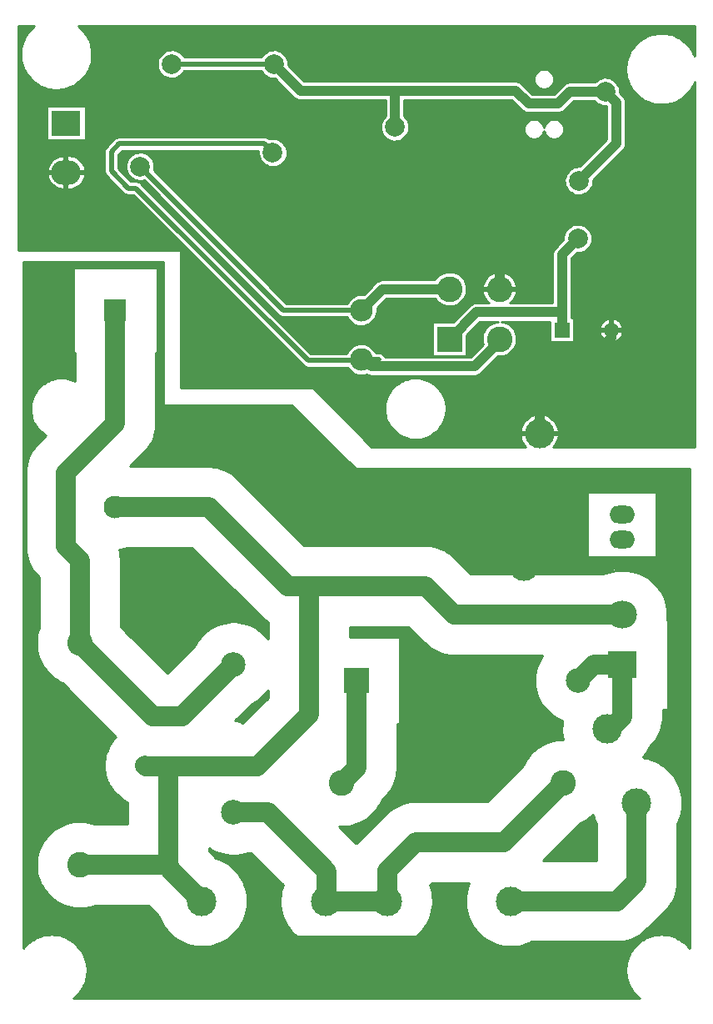
<source format=gbl>
G04 DipTrace 2.4.0.2*
%INPanimon_kello_PCB.GBL*%
%MOMM*%
%ADD10C,0.25*%
%ADD13C,0.5*%
%ADD14C,1.0*%
%ADD15C,2.0*%
%ADD18C,2.6*%
%ADD20R,1.5X1.5*%
%ADD21C,1.5*%
%ADD23C,3.0*%
%ADD27R,2.6X2.6*%
%ADD28C,2.5*%
%ADD29R,3.0X2.8*%
%ADD30O,3.0X2.8*%
%ADD31O,2.6X1.8*%
%ADD32C,2.0*%
%ADD37R,2.5X2.5*%
%ADD41R,2.3X2.3*%
%ADD42C,2.3*%
%ADD47R,3.0X2.5*%
%ADD48O,3.0X2.5*%
%FSLAX53Y53*%
G04*
G71*
G90*
G75*
G01*
%LNBottom*%
%LPD*%
X3900Y90000D2*
D14*
X3800Y89900D1*
Y90300D1*
X3900Y90400D1*
Y93700D1*
X16200D1*
X17500Y92400D1*
X20500D1*
X21700Y93600D1*
X25300D1*
X26400Y92500D1*
Y88350D1*
X22600Y84550D1*
X-8400Y96400D2*
X-5700Y93700D1*
X3900D1*
X-8400Y96400D2*
D13*
X-18800D1*
X9460Y68478D2*
D14*
X12181Y71200D1*
X20900D1*
Y69400D1*
X22500Y78700D2*
X20900Y77100D1*
Y69400D1*
X18600Y58900D2*
Y61300D1*
X25900Y68600D1*
Y69400D1*
X22900Y89900D2*
X14540Y81540D1*
Y73558D1*
X-3140Y11400D2*
D15*
X-3000Y11540D1*
Y14400D1*
X-9000Y20400D1*
X-12500D1*
X-3140Y11400D2*
X3140D1*
Y14540D1*
X6000Y17400D1*
X15000D1*
X21000Y23400D1*
X-19000Y30200D2*
X-20700D1*
X-28100Y37600D1*
X-24500Y71400D2*
Y59900D1*
X-29500Y54900D1*
Y47400D1*
X-28100Y46000D1*
Y37600D1*
X-12500Y35400D2*
X-17700Y30200D1*
X-19000D1*
X27000Y40480D2*
X9920D1*
X7000Y43400D1*
X-4842D1*
X-7000D1*
X-15000Y51400D1*
X-24500D1*
X-21500Y25200D2*
X-21400Y25100D1*
X-19135D1*
X-10100D1*
X-4842Y30358D1*
Y43400D1*
X-15700Y11400D2*
X-19077Y14777D1*
X-19135Y15100D1*
Y25100D1*
X-28100Y15100D2*
X-19077D1*
X22500Y33800D2*
X24100Y35400D1*
X27000D1*
Y30100D1*
X25800Y28900D1*
X25500D1*
X500Y66400D2*
D14*
X800D1*
X1500Y65700D1*
X12000D1*
X14540Y68240D1*
Y68478D1*
X-8500Y87400D2*
D13*
X-9400Y88300D1*
X-24100D1*
X-24900Y87500D1*
Y85500D1*
X-23200Y83800D1*
X-22400D1*
X-4900Y66300D1*
X2200D1*
X2300Y66400D1*
X500D1*
Y71400D2*
D14*
X2658Y73558D1*
X9460D1*
X-22000Y86000D2*
D13*
X-7400Y71400D1*
X500D1*
X15700Y11400D2*
D15*
X26500D1*
X28500Y13400D1*
Y21400D1*
X17000Y45400D2*
X11000Y51400D1*
X500D1*
X-9420Y11400D2*
X-9500Y11320D1*
Y6900D1*
X9500D1*
X9420Y6980D1*
Y11400D1*
X-1500Y23400D2*
X0Y24900D1*
Y33800D1*
X3900Y90000D3*
X22600Y84550D3*
X-8400Y96400D3*
X25300Y93600D3*
X-18800Y96400D3*
X-8400D3*
X-18800D3*
X22500Y78700D3*
X22900Y89900D3*
X-8500Y87400D3*
X-22000Y86000D3*
X30000Y73400D3*
X11500Y78400D3*
X-1200Y87100D3*
X-31600Y28700D3*
X11500Y29900D3*
Y45900D3*
X-33850Y76028D2*
D10*
X-19648D1*
X-33850Y75782D2*
X-19648D1*
X-33850Y75535D2*
X-28808D1*
X-20192D2*
X-19648D1*
X-33850Y75288D2*
X-28808D1*
X-20192D2*
X-19648D1*
X-33850Y75042D2*
X-28808D1*
X-20192D2*
X-19648D1*
X-33850Y74795D2*
X-28808D1*
X-20192D2*
X-19648D1*
X-33850Y74548D2*
X-28808D1*
X-20192D2*
X-19648D1*
X-33850Y74302D2*
X-28808D1*
X-20192D2*
X-19648D1*
X-33850Y74055D2*
X-28808D1*
X-20192D2*
X-19648D1*
X-33850Y73808D2*
X-28808D1*
X-20192D2*
X-19648D1*
X-33850Y73562D2*
X-28808D1*
X-20192D2*
X-19648D1*
X-33850Y73315D2*
X-28808D1*
X-20192D2*
X-19648D1*
X-33850Y73068D2*
X-28808D1*
X-20192D2*
X-19648D1*
X-33850Y72822D2*
X-28808D1*
X-20192D2*
X-19648D1*
X-33850Y72575D2*
X-28808D1*
X-20192D2*
X-19648D1*
X-33850Y72328D2*
X-28808D1*
X-20192D2*
X-19648D1*
X-33850Y72082D2*
X-28808D1*
X-20192D2*
X-19648D1*
X-33850Y71835D2*
X-28808D1*
X-20192D2*
X-19648D1*
X-33850Y71588D2*
X-28808D1*
X-20192D2*
X-19648D1*
X-33850Y71342D2*
X-28808D1*
X-20192D2*
X-19648D1*
X-33850Y71095D2*
X-28808D1*
X-20192D2*
X-19648D1*
X-33850Y70848D2*
X-28808D1*
X-20192D2*
X-19648D1*
X-33850Y70602D2*
X-28808D1*
X-20192D2*
X-19648D1*
X-33850Y70355D2*
X-28808D1*
X-20192D2*
X-19648D1*
X-33850Y70108D2*
X-28808D1*
X-20192D2*
X-19648D1*
X-33850Y69862D2*
X-28808D1*
X-20192D2*
X-19648D1*
X-33850Y69615D2*
X-28808D1*
X-20192D2*
X-19648D1*
X-33850Y69368D2*
X-28808D1*
X-20192D2*
X-19648D1*
X-33850Y69122D2*
X-28808D1*
X-20192D2*
X-19648D1*
X-33850Y68875D2*
X-28808D1*
X-20192D2*
X-19648D1*
X-33850Y68628D2*
X-28808D1*
X-20192D2*
X-19648D1*
X-33850Y68382D2*
X-28808D1*
X-20192D2*
X-19648D1*
X-33850Y68135D2*
X-28808D1*
X-20192D2*
X-19648D1*
X-33850Y67888D2*
X-28808D1*
X-20192D2*
X-19648D1*
X-33850Y67642D2*
X-28808D1*
X-20192D2*
X-19648D1*
X-33850Y67395D2*
X-28808D1*
X-20192D2*
X-19648D1*
X-33850Y67148D2*
X-28808D1*
X-20192D2*
X-19648D1*
X-33850Y66902D2*
X-28660D1*
X-20340D2*
X-19648D1*
X-33850Y66655D2*
X-28660D1*
X-20340D2*
X-19648D1*
X-33850Y66408D2*
X-28660D1*
X-20340D2*
X-19648D1*
X-33850Y66162D2*
X-28660D1*
X-20340D2*
X-19648D1*
X-33850Y65915D2*
X-28660D1*
X-20340D2*
X-19648D1*
X-33850Y65668D2*
X-28660D1*
X-20340D2*
X-19648D1*
X-33850Y65422D2*
X-28660D1*
X-20340D2*
X-19648D1*
X-33850Y65175D2*
X-28660D1*
X-20340D2*
X-19648D1*
X-33850Y64928D2*
X-28660D1*
X-20340D2*
X-19648D1*
X-33850Y64682D2*
X-28660D1*
X-20340D2*
X-19648D1*
X-33850Y64435D2*
X-30781D1*
X-29219D2*
X-28660D1*
X-20340D2*
X-19648D1*
X-33850Y64188D2*
X-31441D1*
X-20340D2*
X-19648D1*
X-33850Y63942D2*
X-31847D1*
X-20340D2*
X-19648D1*
X-33850Y63695D2*
X-32152D1*
X-20340D2*
X-19648D1*
X-33850Y63448D2*
X-32390D1*
X-20340D2*
X-19648D1*
X-33850Y63202D2*
X-32582D1*
X-20340D2*
X-19648D1*
X-33850Y62955D2*
X-32738D1*
X-20340D2*
X-19648D1*
X-33850Y62708D2*
X-32867D1*
X-20340D2*
X-19648D1*
X-33850Y62462D2*
X-32968D1*
X-20340D2*
X-19648D1*
X-33850Y62215D2*
X-33047D1*
X-20340D2*
X-19648D1*
X-33850Y61968D2*
X-33101D1*
X-20340D2*
X-19648D1*
X-33850Y61722D2*
X-33136D1*
X-20340D2*
X-6523D1*
X-33850Y61475D2*
X-33152D1*
X-20340D2*
X-6277D1*
X-33850Y61228D2*
X-33148D1*
X-20340D2*
X-6031D1*
X-33850Y60982D2*
X-33125D1*
X-20340D2*
X-5785D1*
X-33850Y60735D2*
X-33082D1*
X-20340D2*
X-5539D1*
X-33850Y60488D2*
X-33019D1*
X-20340D2*
X-5289D1*
X-33850Y60242D2*
X-32929D1*
X-20340D2*
X-5043D1*
X-33850Y59995D2*
X-32820D1*
X-20340D2*
X-4796D1*
X-33850Y59748D2*
X-32683D1*
X-20344D2*
X-4550D1*
X-33850Y59502D2*
X-32511D1*
X-20360D2*
X-4304D1*
X-33850Y59255D2*
X-32300D1*
X-20391D2*
X-4058D1*
X-33850Y59008D2*
X-32043D1*
X-20438D2*
X-3808D1*
X-33850Y58762D2*
X-31707D1*
X-20500D2*
X-3562D1*
X-33850Y58515D2*
X-31757D1*
X-20579D2*
X-3316D1*
X-33850Y58268D2*
X-32004D1*
X-20676D2*
X-3070D1*
X-33850Y58022D2*
X-32250D1*
X-20793D2*
X-2824D1*
X-33850Y57775D2*
X-32496D1*
X-20930D2*
X-2578D1*
X-33850Y57528D2*
X-32718D1*
X-21086D2*
X-2332D1*
X-33850Y57282D2*
X-32906D1*
X-21274D2*
X-2082D1*
X-33850Y57035D2*
X-33066D1*
X-21493D2*
X-1836D1*
X-33850Y56788D2*
X-33203D1*
X-21739D2*
X-1589D1*
X-33850Y56542D2*
X-33320D1*
X-21985D2*
X-1343D1*
X-33850Y56295D2*
X-33418D1*
X-22231D2*
X-1097D1*
X-33850Y56048D2*
X-33496D1*
X-22481D2*
X-851D1*
X-33850Y55802D2*
X-33558D1*
X-22727D2*
X-605D1*
X-33850Y55555D2*
X-33609D1*
X-22973D2*
X-355D1*
X-33850Y55308D2*
X-33640D1*
X-13625D2*
X-109D1*
X-33850Y55062D2*
X-33656D1*
X-13055D2*
X33850D1*
X-33850Y54815D2*
X-33660D1*
X-12645D2*
X33850D1*
X-33850Y54568D2*
X-33660D1*
X-12317D2*
X33850D1*
X-33850Y54322D2*
X-33660D1*
X-12051D2*
X33850D1*
X-33850Y54075D2*
X-33660D1*
X-11801D2*
X33850D1*
X-33850Y53828D2*
X-33660D1*
X-11555D2*
X33850D1*
X-33850Y53582D2*
X-33660D1*
X-11309D2*
X33850D1*
X-33850Y53335D2*
X-33660D1*
X-11063D2*
X33850D1*
X-33850Y53088D2*
X-33660D1*
X-10817D2*
X33850D1*
X-33850Y52842D2*
X-33660D1*
X-10571D2*
X23450D1*
X30550D2*
X33850D1*
X-33850Y52595D2*
X-33660D1*
X-10325D2*
X23450D1*
X30550D2*
X33850D1*
X-33850Y52348D2*
X-33660D1*
X-10075D2*
X23450D1*
X30550D2*
X33850D1*
X-33850Y52102D2*
X-33660D1*
X-9829D2*
X23450D1*
X30550D2*
X33850D1*
X-33850Y51855D2*
X-33660D1*
X-9582D2*
X23450D1*
X30550D2*
X33850D1*
X-33850Y51608D2*
X-33660D1*
X-9336D2*
X23450D1*
X30550D2*
X33850D1*
X-33850Y51362D2*
X-33660D1*
X-9090D2*
X23450D1*
X30550D2*
X33850D1*
X-33850Y51115D2*
X-33660D1*
X-8844D2*
X23450D1*
X30550D2*
X33850D1*
X-33850Y50868D2*
X-33660D1*
X-8594D2*
X23450D1*
X30550D2*
X33850D1*
X-33850Y50622D2*
X-33660D1*
X-8348D2*
X23450D1*
X30550D2*
X33850D1*
X-33850Y50375D2*
X-33660D1*
X-8102D2*
X23450D1*
X30550D2*
X33850D1*
X-33850Y50128D2*
X-33660D1*
X-7856D2*
X23450D1*
X30550D2*
X33850D1*
X-33850Y49882D2*
X-33660D1*
X-7610D2*
X23450D1*
X30550D2*
X33850D1*
X-33850Y49635D2*
X-33660D1*
X-7364D2*
X23450D1*
X30550D2*
X33850D1*
X-33850Y49388D2*
X-33660D1*
X-7118D2*
X23450D1*
X30550D2*
X33850D1*
X-33850Y49142D2*
X-33660D1*
X-6868D2*
X23450D1*
X30550D2*
X33850D1*
X-33850Y48895D2*
X-33660D1*
X-6622D2*
X23450D1*
X30550D2*
X33850D1*
X-33850Y48648D2*
X-33660D1*
X-6375D2*
X23450D1*
X30550D2*
X33850D1*
X-33850Y48402D2*
X-33660D1*
X-6129D2*
X23450D1*
X30550D2*
X33850D1*
X-33850Y48155D2*
X-33660D1*
X-5883D2*
X23450D1*
X30550D2*
X33850D1*
X-33850Y47908D2*
X-33660D1*
X-5637D2*
X23450D1*
X30550D2*
X33850D1*
X-33850Y47662D2*
X-33660D1*
X-5391D2*
X23450D1*
X30550D2*
X33850D1*
X-33850Y47415D2*
X-33660D1*
X8011D2*
X23450D1*
X30550D2*
X33850D1*
X-33850Y47168D2*
X-33652D1*
X-23805D2*
X-16640D1*
X8726D2*
X23450D1*
X30550D2*
X33850D1*
X-33850Y46922D2*
X-33632D1*
X-24043D2*
X-16394D1*
X9191D2*
X23450D1*
X30550D2*
X33850D1*
X-33850Y46675D2*
X-33597D1*
X-23996D2*
X-16148D1*
X9550D2*
X23450D1*
X30550D2*
X33850D1*
X-33850Y46428D2*
X-33543D1*
X-23961D2*
X-15902D1*
X9839D2*
X23450D1*
X30550D2*
X33850D1*
X-33850Y46182D2*
X-33476D1*
X-23946D2*
X-15656D1*
X10089D2*
X33850D1*
X-33850Y45935D2*
X-33390D1*
X-23942D2*
X-15406D1*
X10336D2*
X33850D1*
X-33850Y45688D2*
X-33289D1*
X-23942D2*
X-15160D1*
X10586D2*
X33850D1*
X-33850Y45442D2*
X-33168D1*
X-23942D2*
X-14914D1*
X10832D2*
X33850D1*
X-33850Y45195D2*
X-33023D1*
X-23942D2*
X-14668D1*
X11078D2*
X33850D1*
X-33850Y44948D2*
X-32855D1*
X-23942D2*
X-14421D1*
X11324D2*
X26102D1*
X27898D2*
X33850D1*
X-33850Y44702D2*
X-32656D1*
X-23942D2*
X-14175D1*
X11570D2*
X25219D1*
X28781D2*
X33850D1*
X-33850Y44455D2*
X-32425D1*
X-23942D2*
X-13925D1*
X29308D2*
X33850D1*
X-33850Y44208D2*
X-32261D1*
X-23942D2*
X-13679D1*
X29707D2*
X33850D1*
X-33850Y43962D2*
X-32261D1*
X-23942D2*
X-13433D1*
X30031D2*
X33850D1*
X-33850Y43715D2*
X-32261D1*
X-23942D2*
X-13187D1*
X30304D2*
X33850D1*
X-33850Y43468D2*
X-32261D1*
X-23942D2*
X-12941D1*
X30535D2*
X33850D1*
X-33850Y43222D2*
X-32261D1*
X-23942D2*
X-12695D1*
X30738D2*
X33850D1*
X-33850Y42975D2*
X-32261D1*
X-23942D2*
X-12449D1*
X30910D2*
X33850D1*
X-33850Y42728D2*
X-32261D1*
X-23942D2*
X-12199D1*
X31062D2*
X33850D1*
X-33850Y42482D2*
X-32261D1*
X-23942D2*
X-11953D1*
X31195D2*
X33850D1*
X-33850Y42235D2*
X-32261D1*
X-23942D2*
X-11707D1*
X31308D2*
X33850D1*
X-33850Y41988D2*
X-32261D1*
X-23942D2*
X-11461D1*
X31402D2*
X33850D1*
X-33850Y41742D2*
X-32261D1*
X-23942D2*
X-11214D1*
X31480D2*
X33850D1*
X-33850Y41495D2*
X-32261D1*
X-23942D2*
X-10968D1*
X31546D2*
X33850D1*
X-33850Y41248D2*
X-32261D1*
X-23942D2*
X-10722D1*
X31593D2*
X33850D1*
X-33850Y41002D2*
X-32261D1*
X-23942D2*
X-10472D1*
X31629D2*
X33850D1*
X-33850Y40755D2*
X-32261D1*
X-23942D2*
X-10226D1*
X31652D2*
X33850D1*
X-33850Y40508D2*
X-32261D1*
X-23942D2*
X-9980D1*
X31660D2*
X33850D1*
X-33850Y40262D2*
X-32261D1*
X-23942D2*
X-9718D1*
X31656D2*
X33850D1*
X-33850Y40015D2*
X-32261D1*
X-23942D2*
X-9398D1*
X31636D2*
X33850D1*
X-33850Y39768D2*
X-32261D1*
X-23942D2*
X-12902D1*
X-12098D2*
X-9004D1*
X31660D2*
X33850D1*
X-33850Y39522D2*
X-32261D1*
X-23942D2*
X-14019D1*
X-10981D2*
X-9004D1*
X31660D2*
X33850D1*
X-33850Y39275D2*
X-32261D1*
X-23903D2*
X-14578D1*
X-10422D2*
X-9004D1*
X31660D2*
X33850D1*
X-33850Y39028D2*
X-32324D1*
X-23657D2*
X-14988D1*
X-10012D2*
X-9004D1*
X-684D2*
X5500D1*
X31660D2*
X33850D1*
X-33850Y38782D2*
X-32398D1*
X-23411D2*
X-15316D1*
X-9684D2*
X-9004D1*
X-684D2*
X5747D1*
X31660D2*
X33850D1*
X-33850Y38535D2*
X-32461D1*
X-23164D2*
X-15589D1*
X-9411D2*
X-9004D1*
X-684D2*
X5993D1*
X31660D2*
X33850D1*
X-33850Y38288D2*
X-32507D1*
X-22914D2*
X-15824D1*
X-9176D2*
X-9004D1*
X-684D2*
X6239D1*
X31660D2*
X33850D1*
X-33850Y38042D2*
X-32539D1*
X-22668D2*
X-16023D1*
X4410D2*
X6485D1*
X31660D2*
X33850D1*
X-33850Y37795D2*
X-32554D1*
X-22422D2*
X-16199D1*
X4410D2*
X6731D1*
X31660D2*
X33850D1*
X-33850Y37548D2*
X-32558D1*
X-22176D2*
X-16347D1*
X4410D2*
X6981D1*
X31660D2*
X33850D1*
X-33850Y37302D2*
X-32550D1*
X-21930D2*
X-16476D1*
X4410D2*
X7250D1*
X31660D2*
X33850D1*
X-33850Y37055D2*
X-32527D1*
X-21684D2*
X-16718D1*
X4410D2*
X7579D1*
X31660D2*
X33850D1*
X-33850Y36808D2*
X-32488D1*
X-21438D2*
X-16964D1*
X4410D2*
X7993D1*
X31660D2*
X33850D1*
X-33850Y36562D2*
X-32437D1*
X-21188D2*
X-17211D1*
X4410D2*
X8575D1*
X31660D2*
X33850D1*
X-33850Y36315D2*
X-32371D1*
X-20942D2*
X-17457D1*
X4410D2*
X18883D1*
X31660D2*
X33850D1*
X-33850Y36068D2*
X-32289D1*
X-20696D2*
X-17703D1*
X4410D2*
X18723D1*
X31660D2*
X33850D1*
X-33850Y35822D2*
X-32187D1*
X-20450D2*
X-17949D1*
X4410D2*
X18582D1*
X31660D2*
X33850D1*
X-33850Y35575D2*
X-32070D1*
X-20204D2*
X-18199D1*
X4410D2*
X18465D1*
X31660D2*
X33850D1*
X-33850Y35328D2*
X-31933D1*
X-19957D2*
X-18445D1*
X4410D2*
X18364D1*
X31660D2*
X33850D1*
X-33850Y35082D2*
X-31777D1*
X-19707D2*
X-18691D1*
X4410D2*
X18282D1*
X31660D2*
X33850D1*
X-33850Y34835D2*
X-31593D1*
X-19461D2*
X-18937D1*
X4410D2*
X18215D1*
X31660D2*
X33850D1*
X-33850Y34588D2*
X-31379D1*
X4410D2*
X18161D1*
X31660D2*
X33850D1*
X-33850Y34342D2*
X-31132D1*
X4410D2*
X18125D1*
X31660D2*
X33850D1*
X-33850Y34095D2*
X-30843D1*
X4410D2*
X18102D1*
X31660D2*
X33850D1*
X-33850Y33848D2*
X-30488D1*
X4410D2*
X18090D1*
X31660D2*
X33850D1*
X-33850Y33602D2*
X-30043D1*
X4410D2*
X18094D1*
X31660D2*
X33850D1*
X-33850Y33355D2*
X-29726D1*
X4410D2*
X18114D1*
X31660D2*
X33850D1*
X-33850Y33108D2*
X-29480D1*
X4410D2*
X18145D1*
X31660D2*
X33850D1*
X-33850Y32862D2*
X-29234D1*
X4410D2*
X18192D1*
X31660D2*
X33850D1*
X-33850Y32615D2*
X-28988D1*
X-9090D2*
X-9001D1*
X4410D2*
X18254D1*
X31660D2*
X33850D1*
X-33850Y32368D2*
X-28742D1*
X-9309D2*
X-9004D1*
X4410D2*
X18332D1*
X31660D2*
X33850D1*
X-33850Y32122D2*
X-28496D1*
X-9563D2*
X-9004D1*
X4410D2*
X18426D1*
X31660D2*
X33850D1*
X-33850Y31875D2*
X-28246D1*
X-9868D2*
X-9199D1*
X4410D2*
X18536D1*
X31660D2*
X33850D1*
X-33850Y31628D2*
X-28000D1*
X-10239D2*
X-9445D1*
X4410D2*
X18664D1*
X31660D2*
X33850D1*
X-33850Y31382D2*
X-27754D1*
X-10645D2*
X-9691D1*
X4410D2*
X18817D1*
X31660D2*
X33850D1*
X-33850Y31135D2*
X-27507D1*
X-10891D2*
X-9937D1*
X4410D2*
X18993D1*
X31660D2*
X33850D1*
X-33850Y30888D2*
X-27261D1*
X-11141D2*
X-10183D1*
X4410D2*
X19196D1*
X31660D2*
X33850D1*
X-33850Y30642D2*
X-27015D1*
X-11387D2*
X-10429D1*
X4410D2*
X19434D1*
X31160D2*
X33850D1*
X-33850Y30395D2*
X-26769D1*
X-11633D2*
X-10675D1*
X4410D2*
X19711D1*
X31160D2*
X33850D1*
X-33850Y30148D2*
X-26519D1*
X-11879D2*
X-10925D1*
X4410D2*
X20047D1*
X31160D2*
X33850D1*
X-33850Y29902D2*
X-26273D1*
X-12125D2*
X-11171D1*
X4410D2*
X20469D1*
X31156D2*
X33850D1*
X-33850Y29655D2*
X-26027D1*
X-11942D2*
X-11418D1*
X4410D2*
X20903D1*
X31136D2*
X33850D1*
X-33850Y29408D2*
X-25781D1*
X4160D2*
X20868D1*
X31101D2*
X33850D1*
X-33850Y29162D2*
X-25535D1*
X4160D2*
X20848D1*
X31050D2*
X33850D1*
X-33850Y28915D2*
X-25289D1*
X4160D2*
X20840D1*
X30988D2*
X33850D1*
X-33850Y28668D2*
X-25043D1*
X4160D2*
X20848D1*
X30902D2*
X33850D1*
X-33850Y28422D2*
X-24793D1*
X4160D2*
X20864D1*
X30804D2*
X33850D1*
X-33850Y28175D2*
X-24546D1*
X4160D2*
X20899D1*
X30683D2*
X33850D1*
X-33850Y27928D2*
X-24632D1*
X4160D2*
X20942D1*
X30543D2*
X33850D1*
X-33850Y27682D2*
X-24832D1*
X4160D2*
X19821D1*
X30379D2*
X33850D1*
X-33850Y27435D2*
X-25004D1*
X4160D2*
X19133D1*
X30187D2*
X33850D1*
X-33850Y27188D2*
X-25152D1*
X4160D2*
X18668D1*
X29961D2*
X33850D1*
X-33850Y26942D2*
X-25273D1*
X4160D2*
X18305D1*
X29726D2*
X33850D1*
X-33850Y26695D2*
X-25379D1*
X4160D2*
X18008D1*
X29601D2*
X33850D1*
X-33850Y26448D2*
X-25468D1*
X4160D2*
X17754D1*
X29457D2*
X33850D1*
X-33850Y26202D2*
X-25535D1*
X4160D2*
X17536D1*
X29293D2*
X33850D1*
X-33850Y25955D2*
X-25589D1*
X4160D2*
X17352D1*
X29382D2*
X33850D1*
X-33850Y25708D2*
X-25629D1*
X4160D2*
X17188D1*
X30234D2*
X33850D1*
X-33850Y25462D2*
X-25652D1*
X4160D2*
X17047D1*
X30757D2*
X33850D1*
X-33850Y25215D2*
X-25660D1*
X4160D2*
X16930D1*
X31156D2*
X33850D1*
X-33850Y24968D2*
X-25652D1*
X4160D2*
X16696D1*
X31484D2*
X33850D1*
X-33850Y24722D2*
X-25632D1*
X4156D2*
X16450D1*
X31757D2*
X33850D1*
X-33850Y24475D2*
X-25597D1*
X4136D2*
X16204D1*
X31992D2*
X33850D1*
X-33850Y24228D2*
X-25543D1*
X4105D2*
X15957D1*
X32195D2*
X33850D1*
X-33850Y23982D2*
X-25476D1*
X4058D2*
X15707D1*
X32375D2*
X33850D1*
X-33850Y23735D2*
X-25390D1*
X3992D2*
X15461D1*
X32527D2*
X33850D1*
X-33850Y23488D2*
X-25289D1*
X3910D2*
X15215D1*
X32664D2*
X33850D1*
X-33850Y23242D2*
X-25168D1*
X3812D2*
X14969D1*
X32777D2*
X33850D1*
X-33850Y22995D2*
X-25023D1*
X3695D2*
X14723D1*
X32879D2*
X33850D1*
X-33850Y22748D2*
X-24855D1*
X3554D2*
X14477D1*
X32961D2*
X33850D1*
X-33850Y22502D2*
X-24656D1*
X3394D2*
X14231D1*
X33027D2*
X33850D1*
X-33850Y22255D2*
X-24425D1*
X3203D2*
X13981D1*
X33082D2*
X33850D1*
X-33850Y22008D2*
X-24171D1*
X2980D2*
X13735D1*
X33121D2*
X33850D1*
X-33850Y21762D2*
X-23863D1*
X2734D2*
X13489D1*
X33144D2*
X33850D1*
X-33850Y21515D2*
X-23484D1*
X2539D2*
X5571D1*
X33160D2*
X33850D1*
X-33850Y21268D2*
X-23296D1*
X2414D2*
X4516D1*
X33156D2*
X33850D1*
X-33850Y21022D2*
X-23296D1*
X2269D2*
X3981D1*
X33144D2*
X33850D1*
X-33850Y20775D2*
X-23296D1*
X2101D2*
X3586D1*
X33117D2*
X33850D1*
X-33850Y20528D2*
X-23296D1*
X1906D2*
X3270D1*
X33078D2*
X33850D1*
X-33850Y20282D2*
X-23296D1*
X1679D2*
X3008D1*
X33023D2*
X33850D1*
X-33850Y20035D2*
X-23296D1*
X1414D2*
X2762D1*
X23914D2*
X24045D1*
X32953D2*
X33850D1*
X-33850Y19788D2*
X-23296D1*
X1097D2*
X2516D1*
X23597D2*
X24129D1*
X32871D2*
X33850D1*
X-33850Y19542D2*
X-23296D1*
X711D2*
X2270D1*
X23211D2*
X24231D1*
X32769D2*
X33850D1*
X-33850Y19295D2*
X-29562D1*
X-26637D2*
X-23296D1*
X203D2*
X2024D1*
X22769D2*
X24340D1*
X32660D2*
X33850D1*
X-33850Y19048D2*
X-30144D1*
X-621D2*
X1778D1*
X22519D2*
X24340D1*
X32660D2*
X33850D1*
X-33850Y18802D2*
X-30566D1*
X-1528D2*
X1528D1*
X22273D2*
X24340D1*
X32660D2*
X33850D1*
X-33850Y18555D2*
X-30906D1*
X-1282D2*
X1282D1*
X22027D2*
X24340D1*
X32660D2*
X33850D1*
X-33850Y18308D2*
X-31187D1*
X-1036D2*
X1036D1*
X21781D2*
X24340D1*
X32660D2*
X33850D1*
X-33850Y18062D2*
X-31425D1*
X-789D2*
X789D1*
X21535D2*
X24340D1*
X32660D2*
X33850D1*
X-33850Y17815D2*
X-31632D1*
X-543D2*
X543D1*
X21289D2*
X24340D1*
X32660D2*
X33850D1*
X-33850Y17568D2*
X-31808D1*
X-297D2*
X297D1*
X21043D2*
X24340D1*
X32660D2*
X33850D1*
X-33850Y17322D2*
X-31964D1*
X-51D2*
X53D1*
X20793D2*
X24340D1*
X32660D2*
X33850D1*
X-33850Y17075D2*
X-32097D1*
X20546D2*
X24340D1*
X32660D2*
X33850D1*
X-33850Y16828D2*
X-32211D1*
X20300D2*
X24340D1*
X32660D2*
X33850D1*
X-33850Y16582D2*
X-32304D1*
X-14977D2*
X-14679D1*
X20054D2*
X24340D1*
X32660D2*
X33850D1*
X-33850Y16335D2*
X-32382D1*
X-14762D2*
X-14168D1*
X19808D2*
X24340D1*
X32660D2*
X33850D1*
X-33850Y16088D2*
X-32449D1*
X-14516D2*
X-13320D1*
X-11680D2*
X-10562D1*
X19562D2*
X24340D1*
X32660D2*
X33850D1*
X-33850Y15842D2*
X-32496D1*
X-14270D2*
X-10312D1*
X19312D2*
X24340D1*
X32660D2*
X33850D1*
X-33850Y15595D2*
X-32531D1*
X-13704D2*
X-10066D1*
X19066D2*
X24340D1*
X32660D2*
X33850D1*
X-33850Y15348D2*
X-32554D1*
X-13246D2*
X-9820D1*
X32660D2*
X33850D1*
X-33850Y15102D2*
X-32558D1*
X-12887D2*
X-9574D1*
X32660D2*
X33850D1*
X-33850Y14855D2*
X-32554D1*
X-12586D2*
X-9328D1*
X32660D2*
X33850D1*
X-33850Y14608D2*
X-32531D1*
X-12329D2*
X-9082D1*
X32660D2*
X33850D1*
X-33850Y14362D2*
X-32500D1*
X-12110D2*
X-8836D1*
X32660D2*
X33850D1*
X-33850Y14115D2*
X-32449D1*
X-11918D2*
X-8586D1*
X32660D2*
X33850D1*
X-33850Y13868D2*
X-32386D1*
X-11750D2*
X-8339D1*
X32660D2*
X33850D1*
X-33850Y13622D2*
X-32304D1*
X-11606D2*
X-8093D1*
X32660D2*
X33850D1*
X-33850Y13375D2*
X-32211D1*
X-11481D2*
X-7847D1*
X32660D2*
X33850D1*
X-33850Y13128D2*
X-32097D1*
X-11375D2*
X-7601D1*
X7601D2*
X11375D1*
X32652D2*
X33850D1*
X-33850Y12882D2*
X-31964D1*
X-11282D2*
X-7558D1*
X7558D2*
X11282D1*
X32629D2*
X33850D1*
X-33850Y12635D2*
X-31812D1*
X-11207D2*
X-7632D1*
X7632D2*
X11207D1*
X32589D2*
X33850D1*
X-33850Y12388D2*
X-31632D1*
X-11149D2*
X-7695D1*
X7695D2*
X11149D1*
X32535D2*
X33850D1*
X-33850Y12142D2*
X-31429D1*
X-11102D2*
X-7742D1*
X7742D2*
X11102D1*
X32464D2*
X33850D1*
X-33850Y11895D2*
X-31191D1*
X-11067D2*
X-7773D1*
X7773D2*
X11067D1*
X32375D2*
X33850D1*
X-33850Y11648D2*
X-30910D1*
X-11047D2*
X-7793D1*
X7793D2*
X11047D1*
X32269D2*
X33850D1*
X-33850Y11402D2*
X-30574D1*
X-11039D2*
X-7800D1*
X7800D2*
X11039D1*
X32144D2*
X33850D1*
X-33850Y11155D2*
X-30152D1*
X-11047D2*
X-7793D1*
X7793D2*
X11047D1*
X31996D2*
X33850D1*
X-33850Y10908D2*
X-29574D1*
X-26625D2*
X-21082D1*
X-11067D2*
X-7773D1*
X7773D2*
X11067D1*
X31824D2*
X33850D1*
X-33850Y10662D2*
X-20836D1*
X-11098D2*
X-7742D1*
X7742D2*
X11098D1*
X31625D2*
X33850D1*
X-33850Y10415D2*
X-20586D1*
X-11145D2*
X-7695D1*
X7695D2*
X11145D1*
X31386D2*
X33850D1*
X-33850Y10168D2*
X-20339D1*
X-11207D2*
X-7632D1*
X7632D2*
X11207D1*
X31140D2*
X33850D1*
X-33850Y9922D2*
X-20117D1*
X-11282D2*
X-7558D1*
X7558D2*
X11282D1*
X30894D2*
X33850D1*
X-33850Y9675D2*
X-20027D1*
X-11371D2*
X-7468D1*
X7468D2*
X11371D1*
X30648D2*
X33850D1*
X-33850Y9428D2*
X-19918D1*
X-11481D2*
X-7359D1*
X7359D2*
X11481D1*
X30402D2*
X33850D1*
X-33850Y9182D2*
X-19793D1*
X-11606D2*
X-7234D1*
X7234D2*
X11606D1*
X30156D2*
X33850D1*
X-33850Y8935D2*
X-19648D1*
X-11750D2*
X-7089D1*
X7089D2*
X11750D1*
X29906D2*
X33850D1*
X-33850Y8688D2*
X-19484D1*
X-11918D2*
X-6925D1*
X6925D2*
X11918D1*
X29660D2*
X33850D1*
X-33850Y8442D2*
X-19293D1*
X-12106D2*
X-6734D1*
X6734D2*
X12106D1*
X29414D2*
X33850D1*
X-33850Y8195D2*
X-19074D1*
X-12329D2*
X-6511D1*
X6511D2*
X12329D1*
X29136D2*
X33850D1*
X-33850Y7948D2*
X-31781D1*
X-30219D2*
X-18816D1*
X-12582D2*
X-6257D1*
X6257D2*
X12582D1*
X28800D2*
X30219D1*
X31781D2*
X33850D1*
X-33850Y7702D2*
X-32527D1*
X-29473D2*
X-18519D1*
X-12883D2*
X-5957D1*
X5957D2*
X12883D1*
X28375D2*
X29473D1*
X32527D2*
X33850D1*
X-33850Y7455D2*
X-32980D1*
X-29020D2*
X-18156D1*
X-13243D2*
X-5597D1*
X5597D2*
X13243D1*
X27761D2*
X29020D1*
X32980D2*
X33850D1*
X-33850Y7208D2*
X-33324D1*
X-28676D2*
X-17703D1*
X-13696D2*
X-5144D1*
X-1137D2*
X1137D1*
X5144D2*
X13696D1*
X17703D2*
X28676D1*
X33324D2*
X33850D1*
X-33850Y6962D2*
X-33593D1*
X-28407D2*
X-17058D1*
X-14340D2*
X-4500D1*
X-1782D2*
X1782D1*
X4500D2*
X14340D1*
X17058D2*
X28407D1*
X33593D2*
X33850D1*
X-28180Y6715D2*
X28180D1*
X-27993Y6468D2*
X27993D1*
X-27836Y6222D2*
X27836D1*
X-27707Y5975D2*
X27707D1*
X-27598Y5728D2*
X27598D1*
X-27512Y5482D2*
X27512D1*
X-27446Y5235D2*
X27446D1*
X-27395Y4988D2*
X27395D1*
X-27364Y4742D2*
X27364D1*
X-27348Y4495D2*
X27348D1*
X-27352Y4248D2*
X27352D1*
X-27368Y4002D2*
X27368D1*
X-27407Y3755D2*
X27407D1*
X-27457Y3508D2*
X27457D1*
X-27532Y3262D2*
X27532D1*
X-27621Y3015D2*
X27621D1*
X-27735Y2768D2*
X27735D1*
X-27871Y2522D2*
X27871D1*
X-28036Y2275D2*
X28036D1*
X-28231Y2028D2*
X28231D1*
X-28465Y1782D2*
X28465D1*
X-28750Y1535D2*
X28750D1*
X24031Y20163D2*
X23750Y19921D1*
X23447Y19701D1*
X23125Y19507D1*
X22793Y19343D1*
X18982Y15535D1*
X24368D1*
X24365Y16900D1*
Y19310D1*
X24264Y19520D1*
X24125Y19868D1*
X24034Y20163D1*
X16943Y25192D2*
X17096Y25504D1*
X17287Y25826D1*
X17506Y26131D1*
X17749Y26416D1*
X18015Y26680D1*
X18303Y26921D1*
X18610Y27136D1*
X18934Y27324D1*
X19273Y27485D1*
X19624Y27616D1*
X19985Y27717D1*
X20353Y27788D1*
X20726Y27826D1*
X20987Y27835D1*
X20916Y28216D1*
X20875Y28589D1*
X20865Y28964D1*
X20886Y29338D1*
X20936Y29706D1*
X20693Y29804D1*
X20359Y29973D1*
X20040Y30170D1*
X19739Y30394D1*
X19458Y30642D1*
X19199Y30913D1*
X18965Y31206D1*
X18756Y31517D1*
X18575Y31845D1*
X18422Y32188D1*
X18299Y32542D1*
X18207Y32905D1*
X18146Y33275D1*
X18118Y33649D1*
X18121Y34024D1*
X18156Y34397D1*
X18223Y34766D1*
X18321Y35128D1*
X18450Y35480D1*
X18608Y35820D1*
X18795Y36145D1*
X18928Y36343D1*
X17375Y36345D1*
X9795Y36347D1*
X9421Y36375D1*
X9051Y36437D1*
X8689Y36532D1*
X8337Y36660D1*
X7997Y36819D1*
X7673Y37008D1*
X7368Y37226D1*
X7084Y37471D1*
X5286Y39266D1*
X-707Y39265D1*
Y38185D1*
X4385D1*
Y29415D1*
X4131D1*
X4135Y28675D1*
X4133Y24775D1*
X4105Y24401D1*
X4043Y24031D1*
X3948Y23669D1*
X3820Y23317D1*
X3661Y22977D1*
X3471Y22653D1*
X3254Y22348D1*
X3009Y22064D1*
X2557Y21609D1*
X2436Y21355D1*
X2249Y21030D1*
X2035Y20722D1*
X1797Y20433D1*
X1534Y20165D1*
X1250Y19921D1*
X947Y19701D1*
X625Y19507D1*
X289Y19342D1*
X-60Y19205D1*
X-419Y19099D1*
X-787Y19023D1*
X-1159Y18978D1*
X-1534Y18965D1*
X-1725Y18971D1*
X-52Y17299D1*
X46Y17284D1*
X304Y17552D1*
X3166Y20411D1*
X3450Y20655D1*
X3755Y20873D1*
X4079Y21062D1*
X4419Y21221D1*
X4771Y21348D1*
X5134Y21443D1*
X5504Y21505D1*
X5877Y21533D1*
X8875Y21535D1*
X13285D1*
X16940Y25188D1*
X-29889Y33542D2*
X-30174Y33680D1*
X-30498Y33869D1*
X-30804Y34085D1*
X-31092Y34326D1*
X-31357Y34590D1*
X-31600Y34876D1*
X-31818Y35182D1*
X-32009Y35504D1*
X-32172Y35842D1*
X-32306Y36192D1*
X-32409Y36552D1*
X-32483Y36920D1*
X-32524Y37292D1*
X-32535Y37667D1*
X-32513Y38041D1*
X-32460Y38412D1*
X-32376Y38778D1*
X-32261Y39135D1*
X-32234Y39204D1*
X-32235Y44291D1*
X-32511Y44566D1*
X-32755Y44850D1*
X-32973Y45155D1*
X-33162Y45479D1*
X-33321Y45819D1*
X-33448Y46171D1*
X-33543Y46534D1*
X-33605Y46904D1*
X-33633Y47277D1*
X-33635Y50275D1*
X-33633Y55025D1*
X-33605Y55399D1*
X-33543Y55768D1*
X-33447Y56131D1*
X-33320Y56483D1*
X-33161Y56823D1*
X-32971Y57147D1*
X-32754Y57452D1*
X-32509Y57736D1*
X-31559Y58688D1*
X-31835Y58866D1*
X-32032Y59021D1*
X-32215Y59191D1*
X-32384Y59375D1*
X-32538Y59571D1*
X-32676Y59780D1*
X-32797Y59999D1*
X-32900Y60226D1*
X-32984Y60462D1*
X-33050Y60703D1*
X-33096Y60949D1*
X-33122Y61197D1*
X-33128Y61447D1*
X-33114Y61697D1*
X-33081Y61944D1*
X-33027Y62188D1*
X-32955Y62428D1*
X-32863Y62660D1*
X-32754Y62885D1*
X-32626Y63100D1*
X-32482Y63304D1*
X-32322Y63496D1*
X-32147Y63675D1*
X-31959Y63839D1*
X-31758Y63988D1*
X-31546Y64120D1*
X-31324Y64234D1*
X-31093Y64331D1*
X-30856Y64409D1*
X-30613Y64468D1*
X-30366Y64507D1*
X-30117Y64526D1*
X-29867D1*
X-29618Y64505D1*
X-29371Y64465D1*
X-29129Y64405D1*
X-28892Y64325D1*
X-28637Y64215D1*
X-28635Y66650D1*
Y67115D1*
X-28785D1*
Y75685D1*
X-20215D1*
Y67115D1*
X-20367D1*
X-20365Y65025D1*
X-20367Y59775D1*
X-20395Y59401D1*
X-20457Y59031D1*
X-20552Y58669D1*
X-20680Y58316D1*
X-20839Y57977D1*
X-21029Y57653D1*
X-21246Y57348D1*
X-21491Y57064D1*
X-23015Y55537D1*
X-21375Y55535D1*
X-14875Y55533D1*
X-14501Y55505D1*
X-14132Y55443D1*
X-13769Y55347D1*
X-13416Y55220D1*
X-13077Y55061D1*
X-12753Y54871D1*
X-12448Y54654D1*
X-12164Y54409D1*
X-10043Y52291D1*
X-5290Y47537D1*
X-4342Y47535D1*
X7125Y47533D1*
X7499Y47505D1*
X7869Y47443D1*
X8231Y47347D1*
X8584Y47220D1*
X8923Y47061D1*
X9247Y46871D1*
X9552Y46654D1*
X9836Y46409D1*
X11634Y44614D1*
X25041Y44615D1*
X25314Y44728D1*
X25670Y44845D1*
X26035Y44932D1*
X26405Y44988D1*
X26779Y45013D1*
X27100Y45011D1*
X27229Y45013D1*
X27603Y44987D1*
X27974Y44930D1*
X28338Y44843D1*
X28695Y44725D1*
X29040Y44579D1*
X29372Y44405D1*
X29688Y44204D1*
X29987Y43977D1*
X30266Y43727D1*
X30523Y43455D1*
X30757Y43162D1*
X30966Y42850D1*
X31149Y42523D1*
X31304Y42182D1*
X31430Y41829D1*
X31526Y41466D1*
X31593Y41097D1*
X31628Y40724D1*
X31633Y40355D1*
X31607Y39981D1*
X31602Y39938D1*
X31635Y39935D1*
Y30865D1*
X31131D1*
X31135Y30275D1*
X31127Y29850D1*
X31088Y29477D1*
X31015Y29110D1*
X30909Y28750D1*
X30770Y28402D1*
X30601Y28067D1*
X30402Y27750D1*
X30175Y27451D1*
X29922Y27174D1*
X29710Y26962D1*
X29540Y26628D1*
X29343Y26309D1*
X29108Y25991D1*
X29279Y25969D1*
X29646Y25891D1*
X30005Y25784D1*
X30355Y25648D1*
X30692Y25484D1*
X31015Y25293D1*
X31321Y25078D1*
X31609Y24837D1*
X31877Y24575D1*
X32122Y24292D1*
X32344Y23989D1*
X32541Y23670D1*
X32711Y23336D1*
X32854Y22990D1*
X32968Y22633D1*
X33053Y22267D1*
X33108Y21897D1*
X33133Y21523D1*
X33128Y21150D1*
X33093Y20777D1*
X33028Y20408D1*
X32933Y20045D1*
X32809Y19691D1*
X32656Y19349D1*
X32633Y19303D1*
X32635Y15900D1*
X32633Y13275D1*
X32605Y12901D1*
X32543Y12531D1*
X32447Y12169D1*
X32320Y11816D1*
X32161Y11477D1*
X31972Y11153D1*
X31754Y10848D1*
X31509Y10564D1*
X29424Y8476D1*
X29147Y8223D1*
X28849Y7997D1*
X28531Y7798D1*
X28196Y7629D1*
X27848Y7491D1*
X27488Y7385D1*
X27120Y7312D1*
X26747Y7272D1*
X26375Y7265D1*
X17793D1*
X17552Y7151D1*
X17203Y7015D1*
X16844Y6908D1*
X16477Y6831D1*
X16105Y6783D1*
X15731Y6765D1*
X15356Y6778D1*
X14984Y6821D1*
X14616Y6894D1*
X14255Y6996D1*
X13904Y7127D1*
X13564Y7286D1*
X13239Y7472D1*
X12930Y7684D1*
X12638Y7920D1*
X12367Y8179D1*
X12118Y8459D1*
X11892Y8758D1*
X11691Y9074D1*
X11516Y9406D1*
X11368Y9751D1*
X11249Y10106D1*
X11159Y10470D1*
X11099Y10840D1*
X11069Y11214D1*
Y11589D1*
X11099Y11962D1*
X11160Y12332D1*
X11250Y12696D1*
X11369Y13052D1*
X11457Y13265D1*
X7715D1*
X7479Y13031D1*
X7608Y12633D1*
X7693Y12267D1*
X7748Y11897D1*
X7773Y11523D1*
X7768Y11150D1*
X7733Y10777D1*
X7668Y10408D1*
X7573Y10045D1*
X7449Y9691D1*
X7296Y9349D1*
X7117Y9019D1*
X6912Y8706D1*
X6681Y8410D1*
X6428Y8133D1*
X6154Y7878D1*
X5859Y7646D1*
X5547Y7439D1*
X5219Y7257D1*
X4877Y7103D1*
X4524Y6976D1*
X4162Y6879D1*
X3793Y6811D1*
X3420Y6774D1*
X3046Y6766D1*
X2671Y6789D1*
X2300Y6842D1*
X1935Y6924D1*
X1577Y7037D1*
X1229Y7177D1*
X1043Y7267D1*
X-1044Y7265D1*
X-1403Y7103D1*
X-1756Y6976D1*
X-2118Y6879D1*
X-2487Y6811D1*
X-2860Y6774D1*
X-3234Y6766D1*
X-3609Y6789D1*
X-3980Y6842D1*
X-4345Y6924D1*
X-4703Y7037D1*
X-5051Y7177D1*
X-5386Y7345D1*
X-5706Y7540D1*
X-6010Y7760D1*
X-6294Y8004D1*
X-6558Y8270D1*
X-6800Y8556D1*
X-7018Y8862D1*
X-7211Y9183D1*
X-7376Y9520D1*
X-7515Y9868D1*
X-7624Y10227D1*
X-7704Y10593D1*
X-7754Y10964D1*
X-7775Y11339D1*
X-7764Y11713D1*
X-7724Y12086D1*
X-7653Y12454D1*
X-7553Y12816D1*
X-7477Y13033D1*
X-8399Y13951D1*
X-10711Y16263D1*
X-11043Y16265D1*
X-11375Y16162D1*
X-11741Y16081D1*
X-12113Y16032D1*
X-12487Y16015D1*
X-12862Y16030D1*
X-13234Y16077D1*
X-13600Y16155D1*
X-13959Y16265D1*
X-14307Y16404D1*
X-14641Y16573D1*
X-14960Y16770D1*
X-15002Y16799D1*
X-15000Y16549D1*
X-14256Y15803D1*
X-13961Y15696D1*
X-13619Y15542D1*
X-13291Y15360D1*
X-12979Y15152D1*
X-12685Y14920D1*
X-12410Y14665D1*
X-12157Y14388D1*
X-11927Y14092D1*
X-11722Y13778D1*
X-11543Y13449D1*
X-11391Y13106D1*
X-11267Y12753D1*
X-11172Y12390D1*
X-11107Y12021D1*
X-11072Y11647D1*
X-11067Y11275D1*
X-11092Y10901D1*
X-11147Y10530D1*
X-11233Y10165D1*
X-11347Y9808D1*
X-11490Y9462D1*
X-11660Y9128D1*
X-11857Y8809D1*
X-12079Y8506D1*
X-12325Y8223D1*
X-12593Y7961D1*
X-12881Y7721D1*
X-13187Y7505D1*
X-13510Y7315D1*
X-13848Y7151D1*
X-14197Y7015D1*
X-14556Y6908D1*
X-14923Y6831D1*
X-15295Y6783D1*
X-15669Y6765D1*
X-16044Y6778D1*
X-16416Y6821D1*
X-16784Y6894D1*
X-17145Y6996D1*
X-17496Y7127D1*
X-17836Y7286D1*
X-18161Y7472D1*
X-18470Y7684D1*
X-18762Y7920D1*
X-19033Y8179D1*
X-19282Y8459D1*
X-19508Y8758D1*
X-19709Y9074D1*
X-19884Y9406D1*
X-20032Y9751D1*
X-20106Y9961D1*
X-21113Y10965D1*
X-26495D1*
X-26779Y10866D1*
X-27141Y10770D1*
X-27510Y10704D1*
X-27884Y10670D1*
X-28258Y10668D1*
X-28632Y10697D1*
X-29002Y10758D1*
X-29366Y10849D1*
X-29720Y10972D1*
X-30063Y11123D1*
X-30392Y11303D1*
X-30704Y11510D1*
X-30998Y11743D1*
X-31271Y12000D1*
X-31522Y12279D1*
X-31748Y12578D1*
X-31948Y12895D1*
X-32120Y13228D1*
X-32264Y13574D1*
X-32378Y13931D1*
X-32462Y14296D1*
X-32514Y14668D1*
X-32535Y15042D1*
X-32524Y15417D1*
X-32481Y15789D1*
X-32407Y16157D1*
X-32303Y16517D1*
X-32168Y16867D1*
X-32004Y17204D1*
X-31813Y17526D1*
X-31594Y17831D1*
X-31351Y18116D1*
X-31085Y18380D1*
X-30797Y18621D1*
X-30490Y18836D1*
X-30166Y19024D1*
X-29827Y19185D1*
X-29476Y19316D1*
X-29115Y19417D1*
X-28747Y19488D1*
X-28374Y19526D1*
X-27999Y19534D1*
X-27625Y19510D1*
X-27255Y19454D1*
X-26890Y19367D1*
X-26534Y19249D1*
X-26475Y19235D1*
X-23268D1*
X-23270Y21416D1*
X-23360Y21459D1*
X-23605Y21602D1*
X-23838Y21760D1*
X-24061Y21935D1*
X-24324Y22176D1*
X-24617Y22483D1*
X-24795Y22702D1*
X-24958Y22933D1*
X-25105Y23175D1*
X-25235Y23426D1*
X-25348Y23686D1*
X-25442Y23952D1*
X-25518Y24224D1*
X-25576Y24501D1*
X-25614Y24782D1*
X-25633Y25064D1*
X-25632Y25346D1*
X-25613Y25629D1*
X-25574Y25909D1*
X-25516Y26185D1*
X-25439Y26458D1*
X-25344Y26724D1*
X-25231Y26983D1*
X-25100Y27234D1*
X-24953Y27475D1*
X-24789Y27706D1*
X-24610Y27925D1*
X-24484Y28062D1*
X-24508Y28160D1*
X-29891Y33543D1*
X-8975Y32792D2*
X-9182Y32533D1*
X-9439Y32260D1*
X-9719Y32010D1*
X-10018Y31785D1*
X-10336Y31586D1*
X-10610Y31444D1*
X-12324Y29728D1*
X-12149Y29701D1*
X-11908Y29637D1*
X-11678Y29540D1*
X-11565Y29478D1*
X-11079Y29968D1*
X-8977Y32070D1*
Y32792D1*
X-16456Y37290D2*
X-16333Y37530D1*
X-16137Y37850D1*
X-15914Y38151D1*
X-15667Y38433D1*
X-15396Y38692D1*
X-15105Y38928D1*
X-14794Y39137D1*
X-14466Y39319D1*
X-14124Y39473D1*
X-13770Y39597D1*
X-13407Y39690D1*
X-13037Y39752D1*
X-12664Y39782D1*
X-12289Y39780D1*
X-11916Y39746D1*
X-11546Y39680D1*
X-11184Y39583D1*
X-10832Y39455D1*
X-10492Y39298D1*
X-10166Y39112D1*
X-9857Y38899D1*
X-9568Y38661D1*
X-9300Y38399D1*
X-9056Y38114D1*
X-8978Y38012D1*
X-8977Y39768D1*
X-9247Y39928D1*
X-9552Y40146D1*
X-9836Y40391D1*
X-11957Y42509D1*
X-16710Y47263D1*
X-18125Y47265D1*
X-23379D1*
X-23650Y47200D1*
X-24020Y47142D1*
X-24125Y47132D1*
X-24057Y46866D1*
X-23995Y46496D1*
X-23967Y46123D1*
X-23965Y43125D1*
Y39309D1*
X-23408Y38756D1*
X-19202Y34549D1*
X-17354Y36394D1*
X-16456Y37292D1*
X-27374Y4275D2*
X-27391Y4026D1*
X-27425Y3778D1*
X-27477Y3533D1*
X-27545Y3293D1*
X-27629Y3058D1*
X-27730Y2829D1*
X-27845Y2607D1*
X-27976Y2394D1*
X-28122Y2191D1*
X-28281Y1998D1*
X-28452Y1817D1*
X-28636Y1647D1*
X-28785Y1527D1*
X-26125Y1525D1*
X28785D1*
X28560Y1714D1*
X28381Y1889D1*
X28215Y2075D1*
X28061Y2272D1*
X27922Y2480D1*
X27797Y2696D1*
X27687Y2921D1*
X27593Y3152D1*
X27515Y3390D1*
X27454Y3632D1*
X27409Y3878D1*
X27382Y4127D1*
X27372Y4376D1*
X27379Y4626D1*
X27403Y4875D1*
X27444Y5121D1*
X27502Y5365D1*
X27577Y5603D1*
X27668Y5836D1*
X27775Y6062D1*
X27897Y6280D1*
X28034Y6489D1*
X28184Y6688D1*
X28349Y6877D1*
X28525Y7054D1*
X28714Y7218D1*
X28913Y7368D1*
X29123Y7505D1*
X29341Y7627D1*
X29567Y7733D1*
X29800Y7824D1*
X30038Y7899D1*
X30282Y7957D1*
X30528Y7998D1*
X30777Y8021D1*
X31027Y8028D1*
X31277Y8018D1*
X31525Y7990D1*
X31771Y7945D1*
X32013Y7884D1*
X32251Y7806D1*
X32482Y7712D1*
X32707Y7602D1*
X32923Y7477D1*
X33130Y7337D1*
X33328Y7183D1*
X33514Y7017D1*
X33688Y6837D1*
X33875Y6612D1*
Y55275D1*
X-3Y55277D1*
X-88Y55312D1*
X-6551Y61774D1*
X-19500Y61775D1*
X-19605Y61836D1*
X-19625Y61900D1*
Y76275D1*
X-33875D1*
Y6615D1*
X-33651Y6877D1*
X-33475Y7054D1*
X-33286Y7218D1*
X-33087Y7368D1*
X-32877Y7505D1*
X-32659Y7627D1*
X-32433Y7733D1*
X-32200Y7824D1*
X-31962Y7899D1*
X-31718Y7957D1*
X-31472Y7998D1*
X-31223Y8021D1*
X-30973Y8028D1*
X-30723Y8018D1*
X-30475Y7990D1*
X-30229Y7945D1*
X-29987Y7884D1*
X-29749Y7806D1*
X-29518Y7712D1*
X-29293Y7602D1*
X-29077Y7477D1*
X-28870Y7337D1*
X-28672Y7183D1*
X-28486Y7017D1*
X-28312Y6837D1*
X-28151Y6646D1*
X-28003Y6445D1*
X-27869Y6234D1*
X-27750Y6014D1*
X-27647Y5786D1*
X-27559Y5552D1*
X-27488Y5313D1*
X-27434Y5069D1*
X-27396Y4822D1*
X-27376Y4572D1*
X-27374Y4275D1*
X23477Y50875D2*
X23475Y52925D1*
X30525D1*
X30521Y50875D1*
X30525Y50925D1*
Y46375D1*
X27875Y46379D1*
X27775Y46375D1*
X23475D1*
X23479Y48425D1*
X23475Y48375D1*
Y52925D1*
X26125Y52921D1*
Y46377D2*
X23475Y46375D1*
Y48375D1*
X30523Y48425D2*
X30525Y46375D1*
X27900D1*
X28000Y52925D2*
X30525D1*
Y50925D1*
X-34350Y100028D2*
X-33027D1*
X-27973D2*
X34350D1*
X-34350Y99782D2*
X-33261D1*
X-27739D2*
X34350D1*
X-34350Y99535D2*
X-33457D1*
X-27543D2*
X34350D1*
X-34350Y99288D2*
X-33625D1*
X-27375D2*
X29680D1*
X32320D2*
X34350D1*
X-34350Y99042D2*
X-33761D1*
X-27239D2*
X29161D1*
X32839D2*
X34350D1*
X-34350Y98795D2*
X-33875D1*
X-27125D2*
X28789D1*
X33211D2*
X34350D1*
X-34350Y98548D2*
X-33968D1*
X-27032D2*
X28496D1*
X33504D2*
X34350D1*
X-34350Y98302D2*
X-34039D1*
X-26961D2*
X28254D1*
X33746D2*
X34350D1*
X-34350Y98055D2*
X-34093D1*
X-26907D2*
X28055D1*
X33945D2*
X34350D1*
X-34350Y97808D2*
X-34129D1*
X-26871D2*
X-19226D1*
X-18372D2*
X-8828D1*
X-7973D2*
X27891D1*
X34109D2*
X34350D1*
X-34350Y97562D2*
X-34148D1*
X-26852D2*
X-19718D1*
X-17883D2*
X-9316D1*
X-7485D2*
X27750D1*
X34250D2*
X34350D1*
X-34350Y97315D2*
X-34152D1*
X-26848D2*
X-19968D1*
X-17633D2*
X-9570D1*
X-7231D2*
X27633D1*
X-34350Y97068D2*
X-34136D1*
X-26864D2*
X-20128D1*
X-7071D2*
X27539D1*
X-34350Y96822D2*
X-34105D1*
X-26895D2*
X-20226D1*
X-6973D2*
X27465D1*
X-34350Y96575D2*
X-34058D1*
X-26942D2*
X-20281D1*
X-6922D2*
X27411D1*
X-34350Y96328D2*
X-33992D1*
X-27008D2*
X-20289D1*
X-6911D2*
X27371D1*
X-34350Y96082D2*
X-33906D1*
X-27094D2*
X-20253D1*
X-6692D2*
X27352D1*
X-34350Y95835D2*
X-33797D1*
X-27204D2*
X-20175D1*
X-6446D2*
X18668D1*
X19464D2*
X27348D1*
X-34350Y95588D2*
X-33668D1*
X-27332D2*
X-20043D1*
X-17555D2*
X-9644D1*
X-6200D2*
X18297D1*
X19836D2*
X27360D1*
X-34350Y95342D2*
X-33511D1*
X-27489D2*
X-19839D1*
X-17762D2*
X-9437D1*
X-5954D2*
X18118D1*
X20011D2*
X27391D1*
X-34350Y95095D2*
X-33328D1*
X-27672D2*
X-19492D1*
X-18110D2*
X-9089D1*
X-5707D2*
X18032D1*
X20101D2*
X27438D1*
X-34350Y94848D2*
X-33105D1*
X-27895D2*
X-8238D1*
X-5457D2*
X18004D1*
X20125D2*
X24508D1*
X26089D2*
X27504D1*
X-34350Y94602D2*
X-32836D1*
X-28164D2*
X-7992D1*
X16566D2*
X18039D1*
X20089D2*
X24207D1*
X26394D2*
X27586D1*
X-34350Y94355D2*
X-32496D1*
X-28504D2*
X-7746D1*
X16933D2*
X18141D1*
X19988D2*
X21075D1*
X26582D2*
X27692D1*
X-34350Y94108D2*
X-32050D1*
X-28950D2*
X-7496D1*
X17179D2*
X18340D1*
X19789D2*
X20821D1*
X26699D2*
X27821D1*
X34179D2*
X34350D1*
X-34350Y93862D2*
X-31328D1*
X-29672D2*
X-7250D1*
X17429D2*
X18809D1*
X19324D2*
X20571D1*
X26765D2*
X27973D1*
X34027D2*
X34350D1*
X-34350Y93615D2*
X-7003D1*
X17675D2*
X20325D1*
X26789D2*
X28157D1*
X33843D2*
X34350D1*
X-34350Y93368D2*
X-6757D1*
X17921D2*
X20079D1*
X26921D2*
X28375D1*
X33625D2*
X34350D1*
X-34350Y93122D2*
X-6511D1*
X27164D2*
X28641D1*
X33359D2*
X34350D1*
X-34350Y92875D2*
X-6226D1*
X27312D2*
X28973D1*
X33027D2*
X34350D1*
X-34350Y92628D2*
X2911D1*
X4890D2*
X15883D1*
X22117D2*
X24180D1*
X27382D2*
X29407D1*
X32593D2*
X34350D1*
X-34350Y92382D2*
X2911D1*
X4890D2*
X16129D1*
X21871D2*
X24461D1*
X27390D2*
X30090D1*
X31910D2*
X34350D1*
X-34350Y92135D2*
X2911D1*
X4890D2*
X16375D1*
X21625D2*
X25375D1*
X27390D2*
X34350D1*
X-34350Y91888D2*
X-31488D1*
X-27512D2*
X2911D1*
X4890D2*
X16622D1*
X21379D2*
X25411D1*
X27390D2*
X34350D1*
X-34350Y91642D2*
X-31488D1*
X-27512D2*
X2911D1*
X4890D2*
X16879D1*
X21121D2*
X25411D1*
X27390D2*
X34350D1*
X-34350Y91395D2*
X-31488D1*
X-27512D2*
X2911D1*
X4890D2*
X25411D1*
X27390D2*
X34350D1*
X-34350Y91148D2*
X-31488D1*
X-27512D2*
X2911D1*
X4890D2*
X25411D1*
X27390D2*
X34350D1*
X-34350Y90902D2*
X-31488D1*
X-27512D2*
X2719D1*
X5078D2*
X25411D1*
X27390D2*
X34350D1*
X-34350Y90655D2*
X-31488D1*
X-27512D2*
X2567D1*
X5234D2*
X17457D1*
X18640D2*
X19489D1*
X20675D2*
X25411D1*
X27390D2*
X34350D1*
X-34350Y90408D2*
X-31488D1*
X-27512D2*
X2469D1*
X5332D2*
X17196D1*
X18902D2*
X19227D1*
X20937D2*
X25411D1*
X27390D2*
X34350D1*
X-34350Y90162D2*
X-31488D1*
X-27512D2*
X2418D1*
X5382D2*
X17059D1*
X21070D2*
X25411D1*
X27390D2*
X34350D1*
X-34350Y89915D2*
X-31488D1*
X-27512D2*
X2414D1*
X5386D2*
X16997D1*
X21132D2*
X25411D1*
X27390D2*
X34350D1*
X-34350Y89668D2*
X-31488D1*
X-27512D2*
X2450D1*
X5351D2*
X16997D1*
X21132D2*
X25411D1*
X27390D2*
X34350D1*
X-34350Y89422D2*
X-31488D1*
X-27512D2*
X2528D1*
X5269D2*
X17059D1*
X21074D2*
X25411D1*
X27390D2*
X34350D1*
X-34350Y89175D2*
X-31488D1*
X-27512D2*
X2664D1*
X5136D2*
X17192D1*
X18906D2*
X19223D1*
X20937D2*
X25411D1*
X27390D2*
X34350D1*
X-34350Y88928D2*
X-31488D1*
X-27512D2*
X-24464D1*
X-9036D2*
X2875D1*
X4921D2*
X17450D1*
X18648D2*
X19485D1*
X20679D2*
X25411D1*
X27390D2*
X34350D1*
X-34350Y88682D2*
X-24754D1*
X-7766D2*
X3239D1*
X4562D2*
X25344D1*
X27390D2*
X34350D1*
X-34350Y88435D2*
X-25000D1*
X-7438D2*
X25094D1*
X27390D2*
X34350D1*
X-34350Y88188D2*
X-25246D1*
X-7239D2*
X24848D1*
X27375D2*
X34350D1*
X-34350Y87942D2*
X-25488D1*
X-7114D2*
X24602D1*
X27300D2*
X34350D1*
X-34350Y87695D2*
X-25613D1*
X-7039D2*
X24356D1*
X27132D2*
X34350D1*
X-34350Y87448D2*
X-25640D1*
X-23914D2*
X-22242D1*
X-21758D2*
X-9988D1*
X-7012D2*
X24110D1*
X26886D2*
X34350D1*
X-34350Y87202D2*
X-25640D1*
X-24161D2*
X-22863D1*
X-21137D2*
X-9976D1*
X-7024D2*
X23864D1*
X26640D2*
X34350D1*
X-34350Y86955D2*
X-30496D1*
X-28504D2*
X-25640D1*
X-24161D2*
X-23136D1*
X-20864D2*
X-9921D1*
X-7079D2*
X23618D1*
X26394D2*
X34350D1*
X-34350Y86708D2*
X-30882D1*
X-28118D2*
X-25640D1*
X-24161D2*
X-23308D1*
X-20692D2*
X-9816D1*
X-7184D2*
X23368D1*
X26148D2*
X34350D1*
X-34350Y86462D2*
X-31121D1*
X-27879D2*
X-25640D1*
X-24161D2*
X-23414D1*
X-20586D2*
X-9648D1*
X-7352D2*
X23121D1*
X25902D2*
X34350D1*
X-34350Y86215D2*
X-31285D1*
X-27715D2*
X-25640D1*
X-24161D2*
X-23472D1*
X-20528D2*
X-9386D1*
X-7614D2*
X22875D1*
X25656D2*
X34350D1*
X-34350Y85968D2*
X-31394D1*
X-27606D2*
X-25640D1*
X-24161D2*
X-23488D1*
X-20512D2*
X-8836D1*
X-8164D2*
X22211D1*
X25406D2*
X34350D1*
X-34350Y85722D2*
X-31461D1*
X-27539D2*
X-25640D1*
X-24086D2*
X-23464D1*
X-20536D2*
X21696D1*
X25160D2*
X34350D1*
X-34350Y85475D2*
X-31488D1*
X-27512D2*
X-25640D1*
X-23840D2*
X-23394D1*
X-20438D2*
X21438D1*
X24914D2*
X34350D1*
X-34350Y85228D2*
X-31480D1*
X-27520D2*
X-25586D1*
X-23594D2*
X-23269D1*
X-20192D2*
X21278D1*
X24668D2*
X34350D1*
X-34350Y84982D2*
X-31437D1*
X-27563D2*
X-25418D1*
X-23344D2*
X-23078D1*
X-19946D2*
X21176D1*
X24421D2*
X34350D1*
X-34350Y84735D2*
X-31355D1*
X-27645D2*
X-25171D1*
X-23098D2*
X-22761D1*
X-19700D2*
X21122D1*
X24175D2*
X34350D1*
X-34350Y84488D2*
X-31226D1*
X-27774D2*
X-24925D1*
X-22184D2*
X-21523D1*
X-19454D2*
X21110D1*
X24089D2*
X34350D1*
X-34350Y84242D2*
X-31039D1*
X-27961D2*
X-24679D1*
X-21805D2*
X-21277D1*
X-19207D2*
X21145D1*
X24058D2*
X34350D1*
X-34350Y83995D2*
X-30757D1*
X-28243D2*
X-24429D1*
X-21559D2*
X-21031D1*
X-18957D2*
X21219D1*
X23980D2*
X34350D1*
X-34350Y83748D2*
X-30234D1*
X-28766D2*
X-24183D1*
X-21313D2*
X-20785D1*
X-18711D2*
X21348D1*
X23851D2*
X34350D1*
X-34350Y83502D2*
X-23937D1*
X-21067D2*
X-20539D1*
X-18465D2*
X21551D1*
X23648D2*
X34350D1*
X-34350Y83255D2*
X-23687D1*
X-20821D2*
X-20293D1*
X-18219D2*
X21891D1*
X23308D2*
X34350D1*
X-34350Y83008D2*
X-22644D1*
X-20571D2*
X-20043D1*
X-17973D2*
X34350D1*
X-34350Y82762D2*
X-22398D1*
X-20325D2*
X-19796D1*
X-17727D2*
X34350D1*
X-34350Y82515D2*
X-22152D1*
X-20079D2*
X-19550D1*
X-17481D2*
X34350D1*
X-34350Y82268D2*
X-21906D1*
X-19832D2*
X-19304D1*
X-17231D2*
X34350D1*
X-34350Y82022D2*
X-21656D1*
X-19586D2*
X-19058D1*
X-16985D2*
X34350D1*
X-34350Y81775D2*
X-21410D1*
X-19340D2*
X-18812D1*
X-16739D2*
X34350D1*
X-34350Y81528D2*
X-21164D1*
X-19094D2*
X-18562D1*
X-16493D2*
X34350D1*
X-34350Y81282D2*
X-20918D1*
X-18844D2*
X-18316D1*
X-16247D2*
X34350D1*
X-34350Y81035D2*
X-20671D1*
X-18598D2*
X-18070D1*
X-16000D2*
X34350D1*
X-34350Y80788D2*
X-20425D1*
X-18352D2*
X-17824D1*
X-15754D2*
X34350D1*
X-34350Y80542D2*
X-20179D1*
X-18106D2*
X-17578D1*
X-15504D2*
X34350D1*
X-34350Y80295D2*
X-19929D1*
X-17860D2*
X-17332D1*
X-15258D2*
X34350D1*
X-34350Y80048D2*
X-19683D1*
X-17614D2*
X-17086D1*
X-15012D2*
X21903D1*
X23097D2*
X34350D1*
X-34350Y79802D2*
X-19437D1*
X-17368D2*
X-16836D1*
X-14766D2*
X21508D1*
X23492D2*
X34350D1*
X-34350Y79555D2*
X-19191D1*
X-17118D2*
X-16589D1*
X-14520D2*
X21286D1*
X23714D2*
X34350D1*
X-34350Y79308D2*
X-18945D1*
X-16872D2*
X-16343D1*
X-14274D2*
X21141D1*
X23859D2*
X34350D1*
X-34350Y79062D2*
X-18699D1*
X-16625D2*
X-16097D1*
X-14028D2*
X21055D1*
X23945D2*
X34350D1*
X-34350Y78815D2*
X-18449D1*
X-16379D2*
X-15851D1*
X-13778D2*
X21016D1*
X23984D2*
X34350D1*
X-34350Y78568D2*
X-18203D1*
X-16133D2*
X-15605D1*
X-13532D2*
X20981D1*
X23984D2*
X34350D1*
X-34350Y78322D2*
X-17957D1*
X-15887D2*
X-15359D1*
X-13286D2*
X20731D1*
X23941D2*
X34350D1*
X-34350Y78075D2*
X-17711D1*
X-15641D2*
X-15109D1*
X-13039D2*
X20485D1*
X23851D2*
X34350D1*
X-34350Y77828D2*
X-17464D1*
X-15391D2*
X-14863D1*
X-12793D2*
X20239D1*
X23703D2*
X34350D1*
X-34350Y77582D2*
X-17218D1*
X-15145D2*
X-14617D1*
X-12547D2*
X20039D1*
X23472D2*
X34350D1*
X-17852Y77335D2*
X-16972D1*
X-14899D2*
X-14371D1*
X-12301D2*
X19938D1*
X23054D2*
X34350D1*
X-17852Y77088D2*
X-16722D1*
X-14653D2*
X-14125D1*
X-12051D2*
X19911D1*
X22277D2*
X34350D1*
X-17852Y76842D2*
X-16476D1*
X-14407D2*
X-13879D1*
X-11805D2*
X19911D1*
X22031D2*
X34350D1*
X-17852Y76595D2*
X-16230D1*
X-14161D2*
X-13632D1*
X-11559D2*
X19911D1*
X21890D2*
X34350D1*
X-17852Y76348D2*
X-15984D1*
X-13914D2*
X-13382D1*
X-11313D2*
X19911D1*
X21890D2*
X34350D1*
X-17852Y76102D2*
X-15738D1*
X-13664D2*
X-13136D1*
X-11067D2*
X19911D1*
X21890D2*
X34350D1*
X-17852Y75855D2*
X-15492D1*
X-13418D2*
X-12890D1*
X-10821D2*
X19911D1*
X21890D2*
X34350D1*
X-17852Y75608D2*
X-15246D1*
X-13172D2*
X-12644D1*
X-10571D2*
X19911D1*
X21890D2*
X34350D1*
X-17852Y75362D2*
X-14996D1*
X-12926D2*
X-12398D1*
X-10325D2*
X19911D1*
X21890D2*
X34350D1*
X-17852Y75115D2*
X-14750D1*
X-12680D2*
X-12152D1*
X-10079D2*
X8602D1*
X10316D2*
X13684D1*
X15398D2*
X19911D1*
X21890D2*
X34350D1*
X-17852Y74868D2*
X-14504D1*
X-12434D2*
X-11906D1*
X-9832D2*
X8254D1*
X10668D2*
X13332D1*
X15746D2*
X19911D1*
X21890D2*
X34350D1*
X-17852Y74622D2*
X-14257D1*
X-12188D2*
X-11656D1*
X-9586D2*
X8028D1*
X10894D2*
X13106D1*
X15972D2*
X19911D1*
X21890D2*
X34350D1*
X-17852Y74375D2*
X-14011D1*
X-11938D2*
X-11410D1*
X-9340D2*
X2121D1*
X11050D2*
X12950D1*
X16128D2*
X19911D1*
X21890D2*
X34350D1*
X-17852Y74128D2*
X-13765D1*
X-11692D2*
X-11164D1*
X-9094D2*
X1840D1*
X11156D2*
X12844D1*
X16234D2*
X19911D1*
X21890D2*
X34350D1*
X-17852Y73882D2*
X-13519D1*
X-11446D2*
X-10918D1*
X-8844D2*
X1594D1*
X11218D2*
X12782D1*
X16300D2*
X19911D1*
X21890D2*
X34350D1*
X-17852Y73635D2*
X-13269D1*
X-11200D2*
X-10671D1*
X-8598D2*
X1344D1*
X11250D2*
X12750D1*
X16328D2*
X19911D1*
X21890D2*
X34350D1*
X-17852Y73388D2*
X-13023D1*
X-10954D2*
X-10425D1*
X-8352D2*
X1098D1*
X11242D2*
X12758D1*
X16320D2*
X19911D1*
X21890D2*
X34350D1*
X-17852Y73142D2*
X-12777D1*
X-10707D2*
X-10179D1*
X-8106D2*
X852D1*
X11199D2*
X12801D1*
X16281D2*
X19911D1*
X21890D2*
X34350D1*
X-17852Y72895D2*
X-12531D1*
X-10457D2*
X-9929D1*
X-7860D2*
X-136D1*
X11121D2*
X12879D1*
X16199D2*
X19911D1*
X21890D2*
X34350D1*
X-17852Y72648D2*
X-12285D1*
X-10211D2*
X-9683D1*
X-7614D2*
X-550D1*
X10996D2*
X13004D1*
X16078D2*
X19911D1*
X21890D2*
X34350D1*
X-17852Y72402D2*
X-12039D1*
X-9965D2*
X-9437D1*
X-7368D2*
X-793D1*
X2890D2*
X8102D1*
X10816D2*
X13184D1*
X15898D2*
X19911D1*
X21890D2*
X34350D1*
X-17852Y72155D2*
X-11793D1*
X-9719D2*
X-9191D1*
X-7118D2*
X-953D1*
X2644D2*
X8364D1*
X10554D2*
X12020D1*
X21890D2*
X34350D1*
X-17852Y71908D2*
X-11543D1*
X-9473D2*
X-8945D1*
X2398D2*
X8809D1*
X10109D2*
X11500D1*
X21890D2*
X34350D1*
X-17852Y71662D2*
X-11296D1*
X-9227D2*
X-8699D1*
X2152D2*
X11254D1*
X21890D2*
X34350D1*
X-17852Y71415D2*
X-11050D1*
X-8981D2*
X-8449D1*
X2140D2*
X11008D1*
X21890D2*
X34350D1*
X-17852Y71168D2*
X-10804D1*
X-8731D2*
X-8203D1*
X2125D2*
X10762D1*
X21890D2*
X34350D1*
X-17852Y70922D2*
X-10558D1*
X-8485D2*
X-7957D1*
X2066D2*
X10512D1*
X21890D2*
X34350D1*
X-17852Y70675D2*
X-10312D1*
X-8239D2*
X-968D1*
X1968D2*
X10266D1*
X21890D2*
X34350D1*
X-17852Y70428D2*
X-10062D1*
X-7993D2*
X-816D1*
X1816D2*
X10020D1*
X22140D2*
X25227D1*
X26570D2*
X34350D1*
X-17852Y70182D2*
X-9816D1*
X-7747D2*
X-586D1*
X1586D2*
X7672D1*
X12554D2*
X14055D1*
X15027D2*
X19661D1*
X22140D2*
X24946D1*
X26855D2*
X34350D1*
X-17852Y69935D2*
X-9570D1*
X-7500D2*
X-203D1*
X1203D2*
X7672D1*
X12304D2*
X13520D1*
X15562D2*
X19661D1*
X22140D2*
X24786D1*
X27015D2*
X34350D1*
X-17852Y69688D2*
X-9324D1*
X-7254D2*
X7672D1*
X12058D2*
X13231D1*
X15851D2*
X19661D1*
X22140D2*
X24696D1*
X27105D2*
X34350D1*
X-17852Y69442D2*
X-9078D1*
X-7004D2*
X7672D1*
X11812D2*
X13036D1*
X16043D2*
X19661D1*
X22140D2*
X24661D1*
X27140D2*
X34350D1*
X-17852Y69195D2*
X-8832D1*
X-6758D2*
X7672D1*
X11566D2*
X12903D1*
X16179D2*
X19661D1*
X22140D2*
X24676D1*
X27121D2*
X34350D1*
X-17852Y68948D2*
X-8586D1*
X-6512D2*
X7672D1*
X11320D2*
X12813D1*
X16265D2*
X19661D1*
X22140D2*
X24746D1*
X27054D2*
X34350D1*
X-17852Y68702D2*
X-8336D1*
X-6266D2*
X7672D1*
X11250D2*
X12766D1*
X16316D2*
X19661D1*
X22140D2*
X24879D1*
X26918D2*
X34350D1*
X-17852Y68455D2*
X-8089D1*
X-6020D2*
X7672D1*
X11250D2*
X12750D1*
X16328D2*
X19661D1*
X22140D2*
X25114D1*
X26687D2*
X34350D1*
X-17852Y68208D2*
X-7843D1*
X-5774D2*
X7672D1*
X11250D2*
X12770D1*
X16308D2*
X19661D1*
X22140D2*
X25641D1*
X26160D2*
X34350D1*
X-17852Y67962D2*
X-7597D1*
X-5528D2*
X63D1*
X937D2*
X7672D1*
X11250D2*
X12829D1*
X16253D2*
X34350D1*
X-17852Y67715D2*
X-7351D1*
X-5278D2*
X-461D1*
X1461D2*
X7672D1*
X11250D2*
X12625D1*
X16156D2*
X34350D1*
X-17852Y67468D2*
X-7105D1*
X-5032D2*
X-734D1*
X1734D2*
X7672D1*
X11250D2*
X12379D1*
X16011D2*
X34350D1*
X-17852Y67222D2*
X-6859D1*
X-4786D2*
X-914D1*
X1914D2*
X7672D1*
X11250D2*
X12133D1*
X15804D2*
X34350D1*
X-17852Y66975D2*
X-6609D1*
X2750D2*
X7672D1*
X11250D2*
X11887D1*
X15488D2*
X34350D1*
X-17852Y66728D2*
X-6363D1*
X2961D2*
X7672D1*
X11250D2*
X11641D1*
X14793D2*
X34350D1*
X-17852Y66482D2*
X-6117D1*
X14171D2*
X34350D1*
X-17852Y66235D2*
X-5871D1*
X13925D2*
X34350D1*
X-17852Y65988D2*
X-5625D1*
X13679D2*
X34350D1*
X-17852Y65742D2*
X-5371D1*
X13429D2*
X34350D1*
X-17852Y65495D2*
X-863D1*
X13183D2*
X34350D1*
X-17852Y65248D2*
X-656D1*
X12937D2*
X34350D1*
X-17852Y65002D2*
X-332D1*
X12691D2*
X34350D1*
X-17852Y64755D2*
X1282D1*
X12218D2*
X34350D1*
X-17852Y64508D2*
X5625D1*
X6375D2*
X34350D1*
X-17852Y64262D2*
X4711D1*
X7289D2*
X34350D1*
X-17852Y64015D2*
X4258D1*
X7742D2*
X34350D1*
X-17852Y63768D2*
X3930D1*
X8070D2*
X34350D1*
X-4450Y63522D2*
X3676D1*
X8324D2*
X34350D1*
X-4172Y63275D2*
X3473D1*
X8527D2*
X34350D1*
X-3926Y63028D2*
X3305D1*
X8695D2*
X34350D1*
X-3680Y62782D2*
X3168D1*
X8832D2*
X34350D1*
X-3434Y62535D2*
X3059D1*
X8941D2*
X34350D1*
X-3188Y62288D2*
X2977D1*
X9023D2*
X34350D1*
X-2942Y62042D2*
X2914D1*
X9086D2*
X34350D1*
X-2692Y61795D2*
X2871D1*
X9129D2*
X34350D1*
X-2446Y61548D2*
X2852D1*
X9148D2*
X34350D1*
X-2200Y61302D2*
X2848D1*
X9152D2*
X34350D1*
X-1954Y61055D2*
X2868D1*
X9132D2*
X34350D1*
X-1707Y60808D2*
X2903D1*
X9097D2*
X18110D1*
X19093D2*
X34350D1*
X-1461Y60562D2*
X2961D1*
X9039D2*
X17528D1*
X19671D2*
X34350D1*
X-1215Y60315D2*
X3039D1*
X8961D2*
X17211D1*
X19988D2*
X34350D1*
X-965Y60068D2*
X3145D1*
X8855D2*
X16997D1*
X20203D2*
X34350D1*
X-719Y59822D2*
X3274D1*
X8726D2*
X16840D1*
X20359D2*
X34350D1*
X-473Y59575D2*
X3434D1*
X8566D2*
X16731D1*
X20468D2*
X34350D1*
X-227Y59328D2*
X3633D1*
X8367D2*
X16657D1*
X20543D2*
X34350D1*
X19Y59082D2*
X3875D1*
X8125D2*
X16618D1*
X20582D2*
X34350D1*
X265Y58835D2*
X4184D1*
X7816D2*
X16610D1*
X20589D2*
X34350D1*
X511Y58588D2*
X4606D1*
X7394D2*
X16637D1*
X20566D2*
X34350D1*
X761Y58342D2*
X5317D1*
X6683D2*
X16692D1*
X20507D2*
X34350D1*
X1007Y58095D2*
X16782D1*
X20418D2*
X34350D1*
X1254Y57848D2*
X16914D1*
X20285D2*
X34350D1*
X1500Y57602D2*
X17102D1*
X20101D2*
X34350D1*
X21861Y70615D2*
X22115D1*
Y68185D1*
X19685D1*
Y70236D1*
X14722Y70234D1*
X14968Y70191D1*
X15206Y70113D1*
X15430Y70003D1*
X15636Y69862D1*
X15820Y69693D1*
X15979Y69500D1*
X16109Y69287D1*
X16207Y69057D1*
X16272Y68816D1*
X16303Y68568D1*
X16301Y68354D1*
X16265Y68106D1*
X16195Y67866D1*
X16093Y67639D1*
X15958Y67428D1*
X15796Y67238D1*
X15608Y67074D1*
X15399Y66937D1*
X15173Y66831D1*
X14934Y66758D1*
X14687Y66720D1*
X14438Y66716D1*
X14387Y66721D1*
X12682Y65018D1*
X12589Y64935D1*
X12485Y64866D1*
X12373Y64810D1*
X12255Y64769D1*
X12133Y64744D1*
X11875Y64735D1*
X1500D1*
X1375Y64743D1*
X1253Y64767D1*
X1134Y64807D1*
X1040Y64852D1*
X907Y64837D1*
X662Y64793D1*
X412Y64787D1*
X164Y64820D1*
X-75Y64891D1*
X-301Y64998D1*
X-508Y65138D1*
X-690Y65308D1*
X-844Y65505D1*
X-895Y65588D1*
X-1425Y65585D1*
X-4900D1*
X-5024Y65596D1*
X-5145Y65628D1*
X-5258Y65681D1*
X-5406Y65794D1*
X-22694Y83083D1*
X-23200Y83085D1*
X-23324Y83096D1*
X-23445Y83128D1*
X-23558Y83181D1*
X-23706Y83294D1*
X-25406Y84994D1*
X-25486Y85090D1*
X-25548Y85198D1*
X-25591Y85316D1*
X-25615Y85500D1*
Y87500D1*
X-25604Y87624D1*
X-25572Y87745D1*
X-25519Y87858D1*
X-25406Y88006D1*
X-24606Y88806D1*
X-24510Y88886D1*
X-24402Y88948D1*
X-24284Y88991D1*
X-24100Y89015D1*
X-9400D1*
X-9276Y89004D1*
X-9155Y88972D1*
X-9042Y88919D1*
X-8899Y88810D1*
X-8653Y88857D1*
X-8404Y88862D1*
X-8157Y88824D1*
X-7920Y88745D1*
X-7700Y88627D1*
X-7503Y88474D1*
X-7335Y88289D1*
X-7201Y88078D1*
X-7105Y87848D1*
X-7049Y87604D1*
X-7035Y87400D1*
X-7056Y87151D1*
X-7119Y86910D1*
X-7223Y86682D1*
X-7363Y86476D1*
X-7537Y86296D1*
X-7738Y86149D1*
X-7962Y86037D1*
X-8201Y85966D1*
X-8449Y85936D1*
X-8698Y85948D1*
X-8942Y86003D1*
X-9173Y86099D1*
X-9384Y86232D1*
X-9569Y86399D1*
X-9724Y86595D1*
X-9843Y86814D1*
X-9923Y87051D1*
X-9961Y87298D1*
X-9958Y87547D1*
X-9953Y87582D1*
X-11025Y87585D1*
X-23802D1*
X-24183Y87206D1*
X-24185Y85793D1*
X-22906Y84517D1*
X-22400Y84515D1*
X-22276Y84504D1*
X-22155Y84472D1*
X-22042Y84419D1*
X-21894Y84306D1*
X-4606Y67017D1*
X-2650Y67015D1*
X-990D1*
X-920Y67169D1*
X-785Y67379D1*
X-618Y67565D1*
X-425Y67724D1*
X-210Y67850D1*
X22Y67943D1*
X265Y67998D1*
X515Y68015D1*
X763Y67993D1*
X1006Y67934D1*
X1236Y67837D1*
X1449Y67707D1*
X1639Y67545D1*
X1802Y67355D1*
X1934Y67143D1*
X1949Y67111D1*
X2300Y67115D1*
X2424Y67104D1*
X2545Y67072D1*
X2658Y67019D1*
X2760Y66947D1*
X2848Y66859D1*
X2925Y66746D1*
X3000Y66665D1*
X11598D1*
X12862Y67926D1*
X12800Y68185D1*
X12776Y68434D1*
X12787Y68683D1*
X12833Y68929D1*
X12914Y69165D1*
X13027Y69388D1*
X13171Y69592D1*
X13342Y69774D1*
X13536Y69930D1*
X13752Y70058D1*
X13982Y70153D1*
X14224Y70215D1*
X14383Y70236D1*
X12584Y70235D1*
X11226Y68880D1*
X11225Y66713D1*
X7695D1*
Y70243D1*
X9863D1*
X11499Y71882D1*
X11593Y71965D1*
X11697Y72034D1*
X11809Y72090D1*
X11927Y72131D1*
X12049Y72156D1*
X12306Y72165D1*
X13459D1*
X13334Y72270D1*
X13196Y72414D1*
X13075Y72574D1*
X12973Y72746D1*
X12892Y72928D1*
X12831Y73118D1*
X12792Y73314D1*
X12776Y73514D1*
X12782Y73713D1*
X12811Y73911D1*
X12862Y74104D1*
X12934Y74291D1*
X13027Y74468D1*
X13140Y74633D1*
X13270Y74784D1*
X13417Y74920D1*
X13578Y75038D1*
X13752Y75138D1*
X13935Y75217D1*
X14127Y75274D1*
X14323Y75310D1*
X14523Y75323D1*
X14722Y75314D1*
X14920Y75282D1*
X15112Y75228D1*
X15297Y75153D1*
X15473Y75057D1*
X15636Y74942D1*
X15785Y74809D1*
X15919Y74660D1*
X16035Y74497D1*
X16131Y74322D1*
X16207Y74137D1*
X16262Y73945D1*
X16295Y73748D1*
X16305Y73534D1*
X16291Y73334D1*
X16254Y73138D1*
X16195Y72946D1*
X16116Y72763D1*
X16016Y72590D1*
X15897Y72430D1*
X15760Y72283D1*
X15623Y72164D1*
X19935Y72165D1*
Y77100D1*
X19943Y77225D1*
X19967Y77347D1*
X20007Y77466D1*
X20062Y77578D1*
X20130Y77682D1*
X20306Y77871D1*
X21038Y78603D1*
X21042Y78847D1*
X21089Y79093D1*
X21176Y79327D1*
X21301Y79542D1*
X21462Y79734D1*
X21653Y79895D1*
X21868Y80022D1*
X22101Y80110D1*
X22347Y80157D1*
X22596Y80162D1*
X22843Y80124D1*
X23080Y80045D1*
X23300Y79927D1*
X23497Y79774D1*
X23665Y79589D1*
X23799Y79378D1*
X23895Y79148D1*
X23951Y78904D1*
X23965Y78700D1*
X23944Y78451D1*
X23881Y78210D1*
X23777Y77982D1*
X23637Y77776D1*
X23463Y77596D1*
X23262Y77449D1*
X23038Y77337D1*
X22799Y77266D1*
X22551Y77236D1*
X22407Y77239D1*
X21865Y76700D1*
Y70618D1*
X27115Y69375D2*
X27099Y69201D1*
X27058Y69031D1*
X26993Y68869D1*
X26905Y68717D1*
X26797Y68580D1*
X26670Y68460D1*
X26527Y68359D1*
X26371Y68280D1*
X26205Y68224D1*
X26033Y68192D1*
X25859Y68186D1*
X25685Y68204D1*
X25515Y68248D1*
X25354Y68315D1*
X25204Y68404D1*
X25068Y68515D1*
X24950Y68643D1*
X24851Y68787D1*
X24774Y68944D1*
X24720Y69111D1*
X24691Y69283D1*
X24686Y69458D1*
X24707Y69632D1*
X24753Y69800D1*
X24822Y69961D1*
X24914Y70110D1*
X25026Y70244D1*
X25156Y70361D1*
X25302Y70457D1*
X25460Y70532D1*
X25627Y70584D1*
X25800Y70611D1*
X25974Y70613D1*
X26148Y70590D1*
X26316Y70542D1*
X26475Y70470D1*
X26623Y70376D1*
X26756Y70263D1*
X26871Y70131D1*
X26966Y69984D1*
X27038Y69825D1*
X27088Y69657D1*
X27112Y69484D1*
X27115Y69375D1*
X20565Y58875D2*
X20549Y58651D1*
X20508Y58430D1*
X20442Y58215D1*
X20351Y58009D1*
X20238Y57815D1*
X20103Y57635D1*
X20004Y57525D1*
X34375D1*
X34371Y94558D1*
X34270Y94329D1*
X34155Y94107D1*
X34024Y93894D1*
X33878Y93691D1*
X33719Y93498D1*
X33548Y93317D1*
X33364Y93147D1*
X33169Y92991D1*
X32963Y92849D1*
X32748Y92721D1*
X32525Y92608D1*
X32295Y92511D1*
X32059Y92430D1*
X31817Y92365D1*
X31572Y92317D1*
X31324Y92286D1*
X31074Y92272D1*
X30824Y92276D1*
X30575Y92297D1*
X30328Y92334D1*
X30084Y92389D1*
X29845Y92460D1*
X29611Y92548D1*
X29383Y92652D1*
X29163Y92771D1*
X28952Y92905D1*
X28751Y93053D1*
X28560Y93214D1*
X28381Y93389D1*
X28215Y93575D1*
X28061Y93772D1*
X27922Y93980D1*
X27797Y94196D1*
X27687Y94421D1*
X27593Y94652D1*
X27515Y94890D1*
X27454Y95132D1*
X27409Y95378D1*
X27382Y95627D1*
X27372Y95876D1*
X27379Y96126D1*
X27403Y96375D1*
X27444Y96621D1*
X27502Y96865D1*
X27577Y97103D1*
X27668Y97336D1*
X27775Y97562D1*
X27897Y97780D1*
X28034Y97989D1*
X28184Y98188D1*
X28349Y98377D1*
X28525Y98554D1*
X28714Y98718D1*
X28913Y98868D1*
X29123Y99005D1*
X29341Y99127D1*
X29567Y99233D1*
X29800Y99324D1*
X30038Y99399D1*
X30282Y99457D1*
X30528Y99498D1*
X30777Y99521D1*
X31027Y99528D1*
X31277Y99518D1*
X31525Y99490D1*
X31771Y99445D1*
X32013Y99384D1*
X32251Y99306D1*
X32482Y99212D1*
X32707Y99102D1*
X32923Y98977D1*
X33130Y98837D1*
X33328Y98683D1*
X33514Y98517D1*
X33688Y98337D1*
X33849Y98146D1*
X33997Y97945D1*
X34131Y97734D1*
X34250Y97514D1*
X34375Y97232D1*
Y100275D1*
X-28285D1*
X-28078Y100102D1*
X-27898Y99928D1*
X-27730Y99743D1*
X-27575Y99547D1*
X-27434Y99341D1*
X-27308Y99125D1*
X-27197Y98901D1*
X-27101Y98670D1*
X-27022Y98433D1*
X-26959Y98191D1*
X-26913Y97945D1*
X-26884Y97697D1*
X-26872Y97400D1*
X-26880Y97150D1*
X-26906Y96902D1*
X-26949Y96655D1*
X-27009Y96413D1*
X-27085Y96175D1*
X-27177Y95942D1*
X-27286Y95717D1*
X-27409Y95500D1*
X-27547Y95291D1*
X-27699Y95093D1*
X-27865Y94906D1*
X-28043Y94730D1*
X-28232Y94567D1*
X-28433Y94418D1*
X-28643Y94283D1*
X-28862Y94162D1*
X-29089Y94057D1*
X-29322Y93968D1*
X-29561Y93895D1*
X-29805Y93839D1*
X-30052Y93799D1*
X-30301Y93777D1*
X-30551Y93772D1*
X-30800Y93784D1*
X-31049Y93813D1*
X-31294Y93860D1*
X-31536Y93923D1*
X-31773Y94002D1*
X-32004Y94098D1*
X-32228Y94209D1*
X-32443Y94336D1*
X-32650Y94477D1*
X-32846Y94632D1*
X-33031Y94800D1*
X-33204Y94980D1*
X-33364Y95172D1*
X-33510Y95375D1*
X-33643Y95587D1*
X-33760Y95807D1*
X-33862Y96036D1*
X-33948Y96270D1*
X-34018Y96510D1*
X-34071Y96755D1*
X-34106Y97002D1*
X-34125Y97251D1*
X-34127Y97501D1*
X-34111Y97751D1*
X-34079Y97998D1*
X-34029Y98243D1*
X-33962Y98484D1*
X-33880Y98720D1*
X-33781Y98950D1*
X-33666Y99172D1*
X-33537Y99386D1*
X-33393Y99590D1*
X-33235Y99784D1*
X-33065Y99967D1*
X-32882Y100137D1*
X-32715Y100273D1*
X-34375Y100275D1*
Y77525D1*
X-18000D1*
X-17895Y77464D1*
X-17875Y77400D1*
Y63525D1*
X-4497Y63523D1*
X-4412Y63488D1*
X1552Y57525D1*
X17196D1*
X17048Y57694D1*
X16921Y57879D1*
X16815Y58078D1*
X16733Y58287D1*
X16675Y58505D1*
X16643Y58727D1*
X16636Y58952D1*
X16654Y59176D1*
X16699Y59396D1*
X16768Y59610D1*
X16861Y59815D1*
X16977Y60008D1*
X17114Y60186D1*
X17271Y60347D1*
X17445Y60490D1*
X17634Y60611D1*
X17836Y60710D1*
X18048Y60786D1*
X18267Y60837D1*
X18490Y60862D1*
X18715D1*
X18938Y60836D1*
X19157Y60784D1*
X19369Y60708D1*
X19571Y60609D1*
X19759Y60486D1*
X19933Y60344D1*
X20089Y60182D1*
X20226Y60003D1*
X20341Y59810D1*
X20434Y59605D1*
X20503Y59391D1*
X20546Y59171D1*
X20564Y58946D1*
X20565Y58875D1*
X11221Y73434D2*
X11185Y73186D1*
X11115Y72946D1*
X11013Y72719D1*
X10878Y72508D1*
X10716Y72318D1*
X10528Y72154D1*
X10319Y72017D1*
X10093Y71911D1*
X9854Y71838D1*
X9607Y71800D1*
X9357Y71796D1*
X9110Y71829D1*
X8869Y71895D1*
X8640Y71995D1*
X8428Y72127D1*
X8236Y72287D1*
X8069Y72472D1*
X7981Y72597D1*
X7460Y72594D1*
X3058D1*
X2095Y71630D1*
X2115Y71422D1*
X2110Y71275D1*
X2072Y71028D1*
X1996Y70790D1*
X1884Y70567D1*
X1739Y70364D1*
X1564Y70185D1*
X1364Y70036D1*
X1143Y69919D1*
X907Y69837D1*
X662Y69793D1*
X412Y69787D1*
X164Y69820D1*
X-75Y69891D1*
X-301Y69998D1*
X-508Y70138D1*
X-690Y70308D1*
X-844Y70505D1*
X-947Y70685D1*
X-7400D1*
X-7524Y70696D1*
X-7645Y70728D1*
X-7758Y70781D1*
X-7906Y70894D1*
X-21603Y84592D1*
X-21824Y84546D1*
X-22074Y84537D1*
X-22321Y84571D1*
X-22559Y84646D1*
X-22781Y84761D1*
X-22980Y84911D1*
X-23151Y85094D1*
X-23288Y85302D1*
X-23388Y85531D1*
X-23447Y85773D1*
X-23465Y86023D1*
X-23440Y86271D1*
X-23373Y86512D1*
X-23266Y86737D1*
X-23122Y86942D1*
X-22946Y87118D1*
X-22742Y87263D1*
X-22517Y87371D1*
X-22277Y87439D1*
X-22029Y87465D1*
X-21780Y87448D1*
X-21537Y87390D1*
X-21307Y87291D1*
X-21098Y87155D1*
X-20915Y86985D1*
X-20764Y86786D1*
X-20648Y86565D1*
X-20572Y86327D1*
X-20537Y86080D1*
X-20540Y85875D1*
X-20583Y85629D1*
X-20591Y85603D1*
X-7101Y72112D1*
X-6025Y72115D1*
X-951D1*
X-857Y72276D1*
X-705Y72475D1*
X-525Y72648D1*
X-320Y72791D1*
X-96Y72901D1*
X142Y72975D1*
X390Y73011D1*
X639Y73009D1*
X736Y72997D1*
X1497Y73762D1*
X1976Y74241D1*
X2070Y74323D1*
X2174Y74393D1*
X2286Y74449D1*
X2404Y74489D1*
X2526Y74514D1*
X2783Y74523D1*
X7983D1*
X8091Y74672D1*
X8262Y74854D1*
X8457Y75010D1*
X8672Y75138D1*
X8902Y75233D1*
X9144Y75295D1*
X9393Y75322D1*
X9642Y75314D1*
X9888Y75271D1*
X10126Y75193D1*
X10350Y75083D1*
X10556Y74942D1*
X10740Y74773D1*
X10899Y74580D1*
X11029Y74367D1*
X11127Y74137D1*
X11192Y73896D1*
X11223Y73648D1*
X11221Y73434D1*
X9126Y61275D2*
X9106Y61026D1*
X9066Y60779D1*
X9007Y60536D1*
X8928Y60299D1*
X8831Y60069D1*
X8716Y59847D1*
X8583Y59635D1*
X8434Y59435D1*
X8269Y59247D1*
X8090Y59072D1*
X7898Y58913D1*
X7693Y58769D1*
X7478Y58643D1*
X7253Y58533D1*
X7020Y58443D1*
X6781Y58371D1*
X6536Y58318D1*
X6289Y58285D1*
X6039Y58272D1*
X5789Y58279D1*
X5541Y58306D1*
X5295Y58352D1*
X5054Y58418D1*
X4819Y58503D1*
X4592Y58607D1*
X4373Y58728D1*
X4165Y58866D1*
X3969Y59021D1*
X3785Y59191D1*
X3616Y59375D1*
X3462Y59571D1*
X3324Y59780D1*
X3203Y59999D1*
X3100Y60226D1*
X3016Y60462D1*
X2950Y60703D1*
X2904Y60949D1*
X2878Y61197D1*
X2872Y61447D1*
X2886Y61697D1*
X2919Y61944D1*
X2973Y62188D1*
X3045Y62428D1*
X3137Y62660D1*
X3246Y62885D1*
X3374Y63100D1*
X3518Y63304D1*
X3678Y63496D1*
X3853Y63675D1*
X4041Y63839D1*
X4242Y63988D1*
X4454Y64120D1*
X4676Y64234D1*
X4907Y64331D1*
X5144Y64409D1*
X5387Y64468D1*
X5634Y64507D1*
X5883Y64526D1*
X6133D1*
X6382Y64505D1*
X6629Y64465D1*
X6871Y64405D1*
X7108Y64325D1*
X7338Y64228D1*
X7560Y64112D1*
X7771Y63978D1*
X7972Y63829D1*
X8159Y63664D1*
X8333Y63484D1*
X8492Y63291D1*
X8635Y63086D1*
X8761Y62871D1*
X8870Y62645D1*
X8960Y62412D1*
X9031Y62173D1*
X9083Y61928D1*
X9116Y61681D1*
X9128Y61400D1*
X9126Y61275D1*
X20092Y94745D2*
X20070Y94622D1*
X20033Y94503D1*
X19982Y94389D1*
X19917Y94282D1*
X19840Y94184D1*
X19752Y94096D1*
X19653Y94018D1*
X19546Y93954D1*
X19433Y93902D1*
X19313Y93865D1*
X19190Y93843D1*
X19066Y93835D1*
X18941Y93842D1*
X18818Y93865D1*
X18699Y93902D1*
X18585Y93953D1*
X18478Y94018D1*
X18380Y94095D1*
X18291Y94183D1*
X18214Y94281D1*
X18149Y94388D1*
X18098Y94502D1*
X18060Y94621D1*
X18038Y94744D1*
X18030Y94868D1*
X18037Y94993D1*
X18060Y95116D1*
X18097Y95235D1*
X18148Y95349D1*
X18212Y95456D1*
X18289Y95555D1*
X18377Y95643D1*
X18475Y95721D1*
X18582Y95785D1*
X18696Y95837D1*
X18815Y95874D1*
X18938Y95897D1*
X19063Y95905D1*
X19187Y95898D1*
X19310Y95875D1*
X19430Y95839D1*
X19544Y95788D1*
X19651Y95723D1*
X19749Y95647D1*
X19838Y95558D1*
X19915Y95460D1*
X19980Y95354D1*
X20032Y95240D1*
X20069Y95121D1*
X20092Y94998D1*
X20100Y94870D1*
X20092Y94745D1*
X21108Y89665D2*
X21086Y89542D1*
X21049Y89423D1*
X20998Y89309D1*
X20933Y89202D1*
X20856Y89104D1*
X20768Y89016D1*
X20669Y88938D1*
X20562Y88874D1*
X20449Y88822D1*
X20329Y88785D1*
X20206Y88763D1*
X20082Y88755D1*
X19957Y88762D1*
X19834Y88785D1*
X19715Y88822D1*
X19601Y88873D1*
X19494Y88938D1*
X19396Y89015D1*
X19307Y89103D1*
X19230Y89201D1*
X19165Y89308D1*
X19114Y89422D1*
X19066Y89599D1*
X19017Y89423D1*
X18966Y89309D1*
X18901Y89202D1*
X18824Y89104D1*
X18736Y89016D1*
X18637Y88938D1*
X18530Y88874D1*
X18417Y88822D1*
X18297Y88785D1*
X18174Y88763D1*
X18050Y88755D1*
X17925Y88762D1*
X17802Y88785D1*
X17683Y88822D1*
X17569Y88873D1*
X17462Y88938D1*
X17363Y89015D1*
X17275Y89103D1*
X17198Y89201D1*
X17133Y89308D1*
X17082Y89422D1*
X17044Y89541D1*
X17022Y89664D1*
X17014Y89788D1*
X17021Y89913D1*
X17044Y90036D1*
X17081Y90155D1*
X17132Y90269D1*
X17196Y90376D1*
X17273Y90475D1*
X17361Y90563D1*
X17459Y90641D1*
X17566Y90705D1*
X17680Y90757D1*
X17799Y90794D1*
X17922Y90817D1*
X18047Y90825D1*
X18171Y90818D1*
X18294Y90796D1*
X18414Y90759D1*
X18528Y90708D1*
X18635Y90643D1*
X18733Y90567D1*
X18822Y90478D1*
X18899Y90380D1*
X18964Y90274D1*
X19016Y90160D1*
X19064Y89983D1*
X19113Y90155D1*
X19164Y90269D1*
X19228Y90376D1*
X19305Y90475D1*
X19393Y90563D1*
X19491Y90641D1*
X19598Y90705D1*
X19712Y90757D1*
X19831Y90794D1*
X19954Y90817D1*
X20079Y90825D1*
X20203Y90818D1*
X20326Y90796D1*
X20446Y90759D1*
X20560Y90708D1*
X20667Y90643D1*
X20765Y90567D1*
X20854Y90478D1*
X20931Y90380D1*
X20996Y90274D1*
X21048Y90160D1*
X21085Y90041D1*
X21108Y89918D1*
X21116Y89790D1*
X21108Y89665D1*
X-31340Y92115D2*
X-27535D1*
Y88685D1*
X-31465D1*
Y92115D1*
X-31340D1*
X-29718Y83685D2*
X-29931Y83695D1*
X-30128Y83727D1*
X-30320Y83782D1*
X-30504Y83860D1*
X-30678Y83958D1*
X-30840Y84076D1*
X-30987Y84212D1*
X-31116Y84364D1*
X-31228Y84530D1*
X-31319Y84707D1*
X-31389Y84895D1*
X-31437Y85089D1*
X-31461Y85287D1*
X-31463Y85487D1*
X-31441Y85686D1*
X-31396Y85881D1*
X-31329Y86069D1*
X-31241Y86248D1*
X-31132Y86416D1*
X-31004Y86570D1*
X-30860Y86708D1*
X-30700Y86828D1*
X-30527Y86929D1*
X-30344Y87009D1*
X-30153Y87067D1*
X-29956Y87103D1*
X-29757Y87115D1*
X-29132Y87111D1*
X-28934Y87086D1*
X-28740Y87037D1*
X-28553Y86967D1*
X-28375Y86875D1*
X-28209Y86763D1*
X-28058Y86633D1*
X-27922Y86486D1*
X-27805Y86324D1*
X-27707Y86149D1*
X-27631Y85965D1*
X-27576Y85773D1*
X-27544Y85575D1*
X-27535Y85375D1*
X-27550Y85176D1*
X-27587Y84979D1*
X-27648Y84789D1*
X-27730Y84606D1*
X-27832Y84435D1*
X-27954Y84277D1*
X-28094Y84133D1*
X-28249Y84007D1*
X-28418Y83900D1*
X-28598Y83814D1*
X-28787Y83749D1*
X-28982Y83706D1*
X-29181Y83686D1*
X-29750D1*
X2935Y91099D2*
Y92732D1*
X2275Y92735D1*
X-5700D1*
X-5825Y92743D1*
X-5947Y92767D1*
X-6066Y92807D1*
X-6178Y92862D1*
X-6282Y92930D1*
X-6471Y93106D1*
X-8302Y94937D1*
X-8474D1*
X-8721Y94971D1*
X-8959Y95046D1*
X-9181Y95161D1*
X-9380Y95311D1*
X-9551Y95493D1*
X-9678Y95685D1*
X-17523Y95682D1*
X-17663Y95476D1*
X-17837Y95296D1*
X-18038Y95149D1*
X-18262Y95037D1*
X-18501Y94966D1*
X-18749Y94936D1*
X-18998Y94948D1*
X-19242Y95003D1*
X-19473Y95099D1*
X-19684Y95232D1*
X-19869Y95399D1*
X-20024Y95595D1*
X-20143Y95814D1*
X-20223Y96051D1*
X-20261Y96298D1*
X-20258Y96547D1*
X-20211Y96793D1*
X-20124Y97027D1*
X-19999Y97242D1*
X-19838Y97434D1*
X-19647Y97595D1*
X-19432Y97722D1*
X-19199Y97810D1*
X-18953Y97857D1*
X-18704Y97862D1*
X-18457Y97824D1*
X-18220Y97745D1*
X-18000Y97627D1*
X-17803Y97474D1*
X-17635Y97289D1*
X-17523Y97115D1*
X-9679D1*
X-9599Y97242D1*
X-9438Y97434D1*
X-9247Y97595D1*
X-9032Y97722D1*
X-8799Y97810D1*
X-8553Y97857D1*
X-8304Y97862D1*
X-8057Y97824D1*
X-7820Y97745D1*
X-7600Y97627D1*
X-7403Y97474D1*
X-7235Y97289D1*
X-7101Y97078D1*
X-7005Y96848D1*
X-6949Y96604D1*
X-6935Y96400D1*
X-6939Y96302D1*
X-5301Y94665D1*
X16200D1*
X16325Y94657D1*
X16447Y94633D1*
X16566Y94593D1*
X16678Y94538D1*
X16782Y94470D1*
X16971Y94294D1*
X17902Y93363D1*
X20098Y93365D1*
X21018Y94282D1*
X21111Y94365D1*
X21215Y94434D1*
X21327Y94490D1*
X21445Y94531D1*
X21567Y94556D1*
X21825Y94565D1*
X24196D1*
X24354Y94718D1*
X24558Y94863D1*
X24783Y94971D1*
X25023Y95039D1*
X25271Y95065D1*
X25520Y95048D1*
X25763Y94990D1*
X25993Y94891D1*
X26202Y94755D1*
X26385Y94585D1*
X26536Y94386D1*
X26652Y94165D1*
X26728Y93927D1*
X26763Y93680D1*
X26761Y93502D1*
X27082Y93182D1*
X27165Y93088D1*
X27234Y92985D1*
X27290Y92873D1*
X27331Y92755D1*
X27356Y92633D1*
X27365Y92375D1*
Y88350D1*
X27357Y88225D1*
X27333Y88103D1*
X27293Y87984D1*
X27238Y87872D1*
X27170Y87768D1*
X26994Y87579D1*
X24063Y84649D1*
X24060Y84425D1*
X24017Y84179D1*
X23934Y83944D1*
X23811Y83726D1*
X23654Y83532D1*
X23466Y83368D1*
X23252Y83238D1*
X23020Y83147D1*
X22776Y83096D1*
X22526Y83087D1*
X22279Y83121D1*
X22041Y83196D1*
X21819Y83311D1*
X21620Y83461D1*
X21449Y83644D1*
X21312Y83852D1*
X21212Y84081D1*
X21153Y84323D1*
X21135Y84573D1*
X21160Y84821D1*
X21227Y85062D1*
X21334Y85287D1*
X21478Y85492D1*
X21654Y85668D1*
X21857Y85813D1*
X22083Y85921D1*
X22323Y85989D1*
X22571Y86015D1*
X22700Y86011D1*
X23420Y86735D1*
X25434Y88749D1*
X25435Y92104D1*
X25351Y92136D1*
X25102Y92148D1*
X24858Y92203D1*
X24627Y92299D1*
X24416Y92432D1*
X24231Y92599D1*
X24198Y92637D1*
X22800Y92635D1*
X22101D1*
X21182Y91718D1*
X21088Y91635D1*
X20985Y91566D1*
X20873Y91510D1*
X20755Y91469D1*
X20633Y91444D1*
X20375Y91435D1*
X17500D1*
X17375Y91443D1*
X17253Y91467D1*
X17134Y91507D1*
X17022Y91562D1*
X16918Y91630D1*
X16729Y91806D1*
X15798Y92737D1*
X11325Y92735D1*
X4868D1*
X4865Y92075D1*
Y91102D1*
X4985Y90985D1*
X5136Y90786D1*
X5252Y90565D1*
X5328Y90327D1*
X5363Y90080D1*
X5360Y89875D1*
X5317Y89629D1*
X5234Y89394D1*
X5111Y89176D1*
X4954Y88982D1*
X4766Y88818D1*
X4552Y88688D1*
X4320Y88597D1*
X4076Y88546D1*
X3826Y88537D1*
X3579Y88571D1*
X3341Y88646D1*
X3119Y88761D1*
X2920Y88911D1*
X2749Y89094D1*
X2612Y89302D1*
X2512Y89531D1*
X2453Y89773D1*
X2435Y90023D1*
X2460Y90271D1*
X2527Y90512D1*
X2634Y90737D1*
X2778Y90942D1*
X2934Y91100D1*
X-8306Y94939D2*
X-8474Y94937D1*
X-8721Y94971D1*
X-8959Y95046D1*
X-9181Y95161D1*
X-9380Y95311D1*
X-9551Y95493D1*
X-9678Y95685D1*
X-9679Y97113D2*
X-9599Y97242D1*
X-9438Y97434D1*
X-9247Y97595D1*
X-9032Y97722D1*
X-8799Y97810D1*
X-8553Y97857D1*
X-8304Y97862D1*
X-8057Y97824D1*
X-7820Y97745D1*
X-7600Y97627D1*
X-7403Y97474D1*
X-7235Y97289D1*
X-7101Y97078D1*
X-7005Y96848D1*
X-6949Y96604D1*
X-6935Y96400D1*
X-6939Y96302D1*
X-17521Y95686D2*
X-17663Y95476D1*
X-17837Y95296D1*
X-18038Y95149D1*
X-18262Y95037D1*
X-18501Y94966D1*
X-18749Y94936D1*
X-18998Y94948D1*
X-19242Y95003D1*
X-19473Y95099D1*
X-19684Y95232D1*
X-19869Y95399D1*
X-20024Y95595D1*
X-20143Y95814D1*
X-20223Y96051D1*
X-20261Y96298D1*
X-20258Y96547D1*
X-20211Y96793D1*
X-20124Y97027D1*
X-19999Y97242D1*
X-19838Y97434D1*
X-19647Y97595D1*
X-19432Y97722D1*
X-19199Y97810D1*
X-18953Y97857D1*
X-18704Y97862D1*
X-18457Y97824D1*
X-18220Y97745D1*
X-18000Y97627D1*
X-17803Y97474D1*
X-17635Y97289D1*
X-17523Y97115D1*
X25900Y70615D2*
D13*
Y68186D1*
X24686Y69400D2*
X27115D1*
X18600Y60864D2*
Y58900D1*
X16636D2*
X20564D1*
X14540Y75323D2*
Y73558D1*
X12776D2*
X16305D1*
X-29500Y87115D2*
Y83686D1*
X-31465Y85400D2*
X-27535D1*
D18*
X21000Y23400D3*
X-1500D3*
D20*
X20900Y69400D3*
D21*
X25900D3*
D18*
X-28100Y37600D3*
Y15100D3*
D23*
X17000Y45400D3*
X18600Y58900D3*
D27*
X9460Y68478D3*
D18*
X14540D3*
Y73558D3*
X9460D3*
D28*
X-12500Y20400D3*
Y35400D3*
D23*
X28500Y21400D3*
X25500Y28900D3*
D29*
X27000Y35400D3*
D30*
Y40480D3*
D31*
Y48100D3*
Y50640D3*
D32*
X-19000Y30200D3*
X-21500Y25200D3*
D37*
X0Y33800D3*
D28*
X22500D3*
D41*
X-24500Y71400D3*
D42*
Y51400D3*
X500D3*
Y66400D3*
Y71400D3*
D23*
X-15700Y11400D3*
X-9420D3*
X-3140D3*
X3140D3*
X9420D3*
X15700D3*
D47*
X-29500Y90400D3*
D48*
Y85400D3*
M02*

</source>
